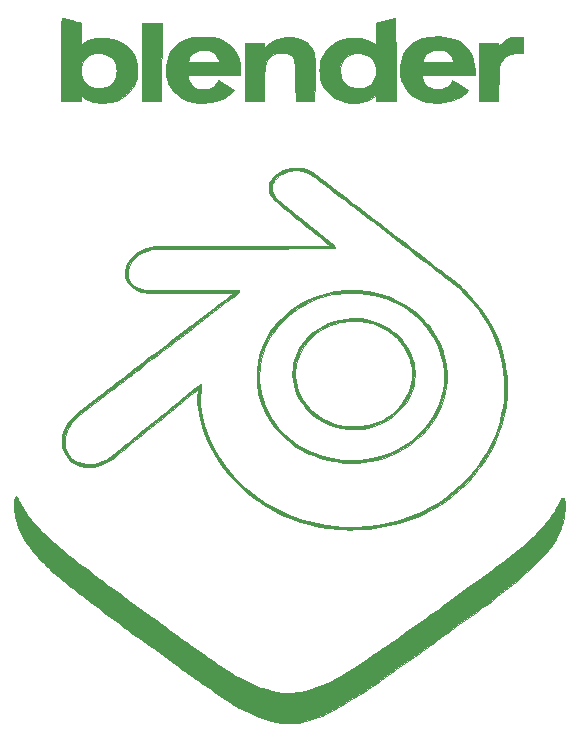
<source format=gbr>
G04 #@! TF.GenerationSoftware,KiCad,Pcbnew,5.1.7-a382d34a8~87~ubuntu20.04.1*
G04 #@! TF.CreationDate,2020-12-28T23:51:54+01:00*
G04 #@! TF.ProjectId,blender_badges,626c656e-6465-4725-9f62-61646765732e,rev?*
G04 #@! TF.SameCoordinates,Original*
G04 #@! TF.FileFunction,Legend,Top*
G04 #@! TF.FilePolarity,Positive*
%FSLAX46Y46*%
G04 Gerber Fmt 4.6, Leading zero omitted, Abs format (unit mm)*
G04 Created by KiCad (PCBNEW 5.1.7-a382d34a8~87~ubuntu20.04.1) date 2020-12-28 23:51:54*
%MOMM*%
%LPD*%
G01*
G04 APERTURE LIST*
%ADD10C,0.010000*%
G04 APERTURE END LIST*
D10*
G36*
X120198444Y-57734378D02*
G01*
X120718259Y-57805345D01*
X121221991Y-57924050D01*
X121711189Y-58090838D01*
X122086700Y-58256006D01*
X122534083Y-58498873D01*
X122947400Y-58776400D01*
X123324994Y-59086530D01*
X123665208Y-59427209D01*
X123966384Y-59796383D01*
X124226865Y-60191998D01*
X124444994Y-60611998D01*
X124619115Y-61054329D01*
X124747569Y-61516936D01*
X124758850Y-61569020D01*
X124782980Y-61688963D01*
X124800685Y-61794010D01*
X124812961Y-61896182D01*
X124820807Y-62007502D01*
X124825220Y-62139995D01*
X124827197Y-62305681D01*
X124827566Y-62397100D01*
X124825897Y-62632790D01*
X124818394Y-62831424D01*
X124803294Y-63006582D01*
X124778836Y-63171846D01*
X124743259Y-63340795D01*
X124694800Y-63527009D01*
X124669411Y-63616300D01*
X124516534Y-64053728D01*
X124316967Y-64475256D01*
X124073247Y-64877542D01*
X123787907Y-65257242D01*
X123463483Y-65611015D01*
X123102508Y-65935519D01*
X122707517Y-66227411D01*
X122670900Y-66251631D01*
X122277197Y-66482428D01*
X121849437Y-66682868D01*
X121396496Y-66849749D01*
X120927248Y-66979871D01*
X120450570Y-67070031D01*
X120372200Y-67080795D01*
X120203901Y-67097759D01*
X120003169Y-67110311D01*
X119786717Y-67118045D01*
X119571259Y-67120557D01*
X119373510Y-67117441D01*
X119216500Y-67108833D01*
X118695776Y-67041405D01*
X118191246Y-66929012D01*
X117705712Y-66773244D01*
X117241977Y-66575693D01*
X116802843Y-66337948D01*
X116391114Y-66061599D01*
X116009593Y-65748237D01*
X115661081Y-65399453D01*
X115348382Y-65016837D01*
X115227794Y-64845527D01*
X115116530Y-64665956D01*
X115001110Y-64455167D01*
X114890043Y-64230483D01*
X114791836Y-64009227D01*
X114714997Y-63808720D01*
X114707185Y-63785573D01*
X114584155Y-63335802D01*
X114510609Y-62881976D01*
X114494204Y-62581887D01*
X114719820Y-62581887D01*
X114759643Y-63010422D01*
X114845260Y-63433892D01*
X114976509Y-63849282D01*
X115153231Y-64253575D01*
X115375262Y-64643754D01*
X115642442Y-65016804D01*
X115954609Y-65369708D01*
X116045441Y-65460037D01*
X116386251Y-65763688D01*
X116739797Y-66024857D01*
X117118011Y-66251855D01*
X117353795Y-66371329D01*
X117832407Y-66572218D01*
X118321960Y-66723868D01*
X118823242Y-66826407D01*
X119337043Y-66879966D01*
X119864149Y-66884673D01*
X120295721Y-66853377D01*
X120765420Y-66779307D01*
X121230678Y-66659947D01*
X121684891Y-66498224D01*
X122121456Y-66297067D01*
X122533772Y-66059402D01*
X122915234Y-65788158D01*
X123153500Y-65586152D01*
X123490197Y-65246654D01*
X123786617Y-64880065D01*
X124040949Y-64489596D01*
X124251381Y-64078457D01*
X124416102Y-63649859D01*
X124533302Y-63207012D01*
X124553008Y-63105346D01*
X124576454Y-62931637D01*
X124591813Y-62724122D01*
X124599071Y-62497460D01*
X124598210Y-62266312D01*
X124589215Y-62045338D01*
X124572071Y-61849198D01*
X124554509Y-61730711D01*
X124448913Y-61281507D01*
X124303129Y-60859780D01*
X124115151Y-60461772D01*
X123882977Y-60083726D01*
X123604604Y-59721885D01*
X123318542Y-59412600D01*
X122949939Y-59079344D01*
X122553175Y-58787125D01*
X122131130Y-58536764D01*
X121686678Y-58329082D01*
X121222698Y-58164898D01*
X120742067Y-58045034D01*
X120247662Y-57970309D01*
X119742359Y-57941546D01*
X119229036Y-57959564D01*
X118710570Y-58025184D01*
X118555557Y-58054055D01*
X118107816Y-58166776D01*
X117667530Y-58322699D01*
X117240977Y-58518174D01*
X116834438Y-58749546D01*
X116454189Y-59013165D01*
X116106510Y-59305377D01*
X115797679Y-59622530D01*
X115736865Y-59693738D01*
X115451607Y-60073259D01*
X115213274Y-60468832D01*
X115021703Y-60877439D01*
X114876734Y-61296065D01*
X114778204Y-61721693D01*
X114725954Y-62151305D01*
X114719820Y-62581887D01*
X114494204Y-62581887D01*
X114485752Y-62427296D01*
X114508786Y-61974960D01*
X114578918Y-61528167D01*
X114695351Y-61090117D01*
X114857289Y-60664009D01*
X115063938Y-60253041D01*
X115314500Y-59860414D01*
X115608181Y-59489326D01*
X115835941Y-59247113D01*
X116215857Y-58905448D01*
X116624956Y-58604426D01*
X117060562Y-58345122D01*
X117520000Y-58128611D01*
X118000595Y-57955968D01*
X118499671Y-57828266D01*
X119014555Y-57746580D01*
X119542569Y-57711984D01*
X119661000Y-57710800D01*
X120198444Y-57734378D01*
G37*
X120198444Y-57734378D02*
X120718259Y-57805345D01*
X121221991Y-57924050D01*
X121711189Y-58090838D01*
X122086700Y-58256006D01*
X122534083Y-58498873D01*
X122947400Y-58776400D01*
X123324994Y-59086530D01*
X123665208Y-59427209D01*
X123966384Y-59796383D01*
X124226865Y-60191998D01*
X124444994Y-60611998D01*
X124619115Y-61054329D01*
X124747569Y-61516936D01*
X124758850Y-61569020D01*
X124782980Y-61688963D01*
X124800685Y-61794010D01*
X124812961Y-61896182D01*
X124820807Y-62007502D01*
X124825220Y-62139995D01*
X124827197Y-62305681D01*
X124827566Y-62397100D01*
X124825897Y-62632790D01*
X124818394Y-62831424D01*
X124803294Y-63006582D01*
X124778836Y-63171846D01*
X124743259Y-63340795D01*
X124694800Y-63527009D01*
X124669411Y-63616300D01*
X124516534Y-64053728D01*
X124316967Y-64475256D01*
X124073247Y-64877542D01*
X123787907Y-65257242D01*
X123463483Y-65611015D01*
X123102508Y-65935519D01*
X122707517Y-66227411D01*
X122670900Y-66251631D01*
X122277197Y-66482428D01*
X121849437Y-66682868D01*
X121396496Y-66849749D01*
X120927248Y-66979871D01*
X120450570Y-67070031D01*
X120372200Y-67080795D01*
X120203901Y-67097759D01*
X120003169Y-67110311D01*
X119786717Y-67118045D01*
X119571259Y-67120557D01*
X119373510Y-67117441D01*
X119216500Y-67108833D01*
X118695776Y-67041405D01*
X118191246Y-66929012D01*
X117705712Y-66773244D01*
X117241977Y-66575693D01*
X116802843Y-66337948D01*
X116391114Y-66061599D01*
X116009593Y-65748237D01*
X115661081Y-65399453D01*
X115348382Y-65016837D01*
X115227794Y-64845527D01*
X115116530Y-64665956D01*
X115001110Y-64455167D01*
X114890043Y-64230483D01*
X114791836Y-64009227D01*
X114714997Y-63808720D01*
X114707185Y-63785573D01*
X114584155Y-63335802D01*
X114510609Y-62881976D01*
X114494204Y-62581887D01*
X114719820Y-62581887D01*
X114759643Y-63010422D01*
X114845260Y-63433892D01*
X114976509Y-63849282D01*
X115153231Y-64253575D01*
X115375262Y-64643754D01*
X115642442Y-65016804D01*
X115954609Y-65369708D01*
X116045441Y-65460037D01*
X116386251Y-65763688D01*
X116739797Y-66024857D01*
X117118011Y-66251855D01*
X117353795Y-66371329D01*
X117832407Y-66572218D01*
X118321960Y-66723868D01*
X118823242Y-66826407D01*
X119337043Y-66879966D01*
X119864149Y-66884673D01*
X120295721Y-66853377D01*
X120765420Y-66779307D01*
X121230678Y-66659947D01*
X121684891Y-66498224D01*
X122121456Y-66297067D01*
X122533772Y-66059402D01*
X122915234Y-65788158D01*
X123153500Y-65586152D01*
X123490197Y-65246654D01*
X123786617Y-64880065D01*
X124040949Y-64489596D01*
X124251381Y-64078457D01*
X124416102Y-63649859D01*
X124533302Y-63207012D01*
X124553008Y-63105346D01*
X124576454Y-62931637D01*
X124591813Y-62724122D01*
X124599071Y-62497460D01*
X124598210Y-62266312D01*
X124589215Y-62045338D01*
X124572071Y-61849198D01*
X124554509Y-61730711D01*
X124448913Y-61281507D01*
X124303129Y-60859780D01*
X124115151Y-60461772D01*
X123882977Y-60083726D01*
X123604604Y-59721885D01*
X123318542Y-59412600D01*
X122949939Y-59079344D01*
X122553175Y-58787125D01*
X122131130Y-58536764D01*
X121686678Y-58329082D01*
X121222698Y-58164898D01*
X120742067Y-58045034D01*
X120247662Y-57970309D01*
X119742359Y-57941546D01*
X119229036Y-57959564D01*
X118710570Y-58025184D01*
X118555557Y-58054055D01*
X118107816Y-58166776D01*
X117667530Y-58322699D01*
X117240977Y-58518174D01*
X116834438Y-58749546D01*
X116454189Y-59013165D01*
X116106510Y-59305377D01*
X115797679Y-59622530D01*
X115736865Y-59693738D01*
X115451607Y-60073259D01*
X115213274Y-60468832D01*
X115021703Y-60877439D01*
X114876734Y-61296065D01*
X114778204Y-61721693D01*
X114725954Y-62151305D01*
X114719820Y-62581887D01*
X114494204Y-62581887D01*
X114485752Y-62427296D01*
X114508786Y-61974960D01*
X114578918Y-61528167D01*
X114695351Y-61090117D01*
X114857289Y-60664009D01*
X115063938Y-60253041D01*
X115314500Y-59860414D01*
X115608181Y-59489326D01*
X115835941Y-59247113D01*
X116215857Y-58905448D01*
X116624956Y-58604426D01*
X117060562Y-58345122D01*
X117520000Y-58128611D01*
X118000595Y-57955968D01*
X118499671Y-57828266D01*
X119014555Y-57746580D01*
X119542569Y-57711984D01*
X119661000Y-57710800D01*
X120198444Y-57734378D01*
G36*
X119944354Y-55331800D02*
G01*
X120240935Y-55347815D01*
X120530845Y-55375428D01*
X120828537Y-55415559D01*
X120977229Y-55439337D01*
X121604744Y-55568401D01*
X122216630Y-55742650D01*
X122810010Y-55960434D01*
X123382007Y-56220104D01*
X123929744Y-56520010D01*
X124450344Y-56858504D01*
X124940930Y-57233936D01*
X125398625Y-57644657D01*
X125820551Y-58089017D01*
X126025077Y-58333100D01*
X126308972Y-58717840D01*
X126575568Y-59139572D01*
X126818188Y-59585610D01*
X127030153Y-60043266D01*
X127204784Y-60499856D01*
X127265970Y-60690174D01*
X127404403Y-61234083D01*
X127496647Y-61793321D01*
X127542467Y-62361559D01*
X127541626Y-62932469D01*
X127493888Y-63499724D01*
X127399018Y-64056994D01*
X127392655Y-64086200D01*
X127245740Y-64636029D01*
X127050977Y-65173453D01*
X126810388Y-65695739D01*
X126525995Y-66200156D01*
X126199821Y-66683971D01*
X125833887Y-67144451D01*
X125430215Y-67578866D01*
X124990828Y-67984483D01*
X124517749Y-68358570D01*
X124012998Y-68698394D01*
X123950556Y-68736644D01*
X123393591Y-69046993D01*
X122821936Y-69311077D01*
X122232519Y-69529924D01*
X121622270Y-69704558D01*
X120988119Y-69836005D01*
X120423000Y-69915101D01*
X120275585Y-69927532D01*
X120088652Y-69937308D01*
X119873417Y-69944362D01*
X119641096Y-69948624D01*
X119402904Y-69950027D01*
X119170057Y-69948502D01*
X118953771Y-69943982D01*
X118765263Y-69936399D01*
X118619600Y-69926055D01*
X117996493Y-69843567D01*
X117388568Y-69717629D01*
X116797957Y-69550006D01*
X116226790Y-69342463D01*
X115677199Y-69096766D01*
X115151316Y-68814680D01*
X114651271Y-68497970D01*
X114179196Y-68148402D01*
X113737222Y-67767741D01*
X113327480Y-67357752D01*
X112952102Y-66920200D01*
X112613220Y-66456851D01*
X112312963Y-65969470D01*
X112053464Y-65459822D01*
X111836854Y-64929673D01*
X111665264Y-64380788D01*
X111599610Y-64111600D01*
X111538606Y-63808531D01*
X111494846Y-63520657D01*
X111466531Y-63230703D01*
X111451859Y-62921394D01*
X111448725Y-62663800D01*
X111451248Y-62600656D01*
X111682236Y-62600656D01*
X111684126Y-62870197D01*
X111693579Y-63127272D01*
X111710588Y-63356995D01*
X111722841Y-63463900D01*
X111824230Y-64035280D01*
X111973161Y-64591247D01*
X112168195Y-65129860D01*
X112407895Y-65649180D01*
X112690823Y-66147269D01*
X113015539Y-66622188D01*
X113380607Y-67071998D01*
X113784587Y-67494759D01*
X114226042Y-67888533D01*
X114703532Y-68251381D01*
X115215621Y-68581363D01*
X115724000Y-68858226D01*
X116071358Y-69023823D01*
X116409541Y-69167538D01*
X116746865Y-69291676D01*
X117091650Y-69398540D01*
X117452213Y-69490434D01*
X117836871Y-69569661D01*
X118253944Y-69638525D01*
X118711748Y-69699330D01*
X118797400Y-69709398D01*
X118885458Y-69715374D01*
X119015331Y-69718627D01*
X119178121Y-69719389D01*
X119364929Y-69717888D01*
X119566856Y-69714354D01*
X119775004Y-69709016D01*
X119980473Y-69702104D01*
X120174364Y-69693848D01*
X120347780Y-69684476D01*
X120491820Y-69674220D01*
X120597588Y-69663308D01*
X120600800Y-69662874D01*
X121252838Y-69549997D01*
X121881537Y-69392498D01*
X122488961Y-69189747D01*
X123077178Y-68941112D01*
X123270958Y-68847117D01*
X123710655Y-68610836D01*
X124117383Y-68357529D01*
X124502102Y-68079225D01*
X124875776Y-67767957D01*
X125249364Y-67415753D01*
X125275249Y-67389907D01*
X125558357Y-67096204D01*
X125804812Y-66817229D01*
X126022123Y-66542614D01*
X126217804Y-66261985D01*
X126399366Y-65964973D01*
X126574321Y-65641206D01*
X126647075Y-65495900D01*
X126880035Y-64965003D01*
X127063495Y-64423192D01*
X127197273Y-63871730D01*
X127281186Y-63311881D01*
X127315054Y-62744908D01*
X127298693Y-62172074D01*
X127231923Y-61594643D01*
X127219418Y-61518644D01*
X127100051Y-60966241D01*
X126933753Y-60429557D01*
X126722483Y-59910513D01*
X126468199Y-59411027D01*
X126172861Y-58933021D01*
X125838427Y-58478414D01*
X125466856Y-58049125D01*
X125060108Y-57647076D01*
X124620140Y-57274185D01*
X124148912Y-56932373D01*
X123648383Y-56623560D01*
X123120511Y-56349665D01*
X122567256Y-56112609D01*
X121990575Y-55914311D01*
X121392429Y-55756692D01*
X121325684Y-55741980D01*
X120729132Y-55636736D01*
X120114442Y-55573697D01*
X119491387Y-55552964D01*
X118869738Y-55574638D01*
X118259266Y-55638817D01*
X117857600Y-55706383D01*
X117231093Y-55853747D01*
X116621945Y-56047171D01*
X116032977Y-56285314D01*
X115467010Y-56566833D01*
X114926863Y-56890388D01*
X114415358Y-57254637D01*
X114149200Y-57470190D01*
X114001778Y-57601558D01*
X113834996Y-57760994D01*
X113658812Y-57938084D01*
X113483185Y-58122409D01*
X113318073Y-58303554D01*
X113173435Y-58471102D01*
X113074910Y-58593893D01*
X112732987Y-59081480D01*
X112437800Y-59588106D01*
X112189762Y-60112770D01*
X111989288Y-60654470D01*
X111836792Y-61212203D01*
X111732687Y-61784968D01*
X111722021Y-61866110D01*
X111701176Y-62083725D01*
X111687917Y-62333536D01*
X111682236Y-62600656D01*
X111451248Y-62600656D01*
X111472443Y-62070211D01*
X111543808Y-61493029D01*
X111663142Y-60931308D01*
X111830766Y-60384099D01*
X112047000Y-59850457D01*
X112312165Y-59329436D01*
X112626582Y-58820088D01*
X112864494Y-58485500D01*
X112982774Y-58337260D01*
X113131623Y-58165597D01*
X113302383Y-57979361D01*
X113486393Y-57787405D01*
X113674993Y-57598580D01*
X113859525Y-57421739D01*
X114031330Y-57265733D01*
X114179890Y-57140888D01*
X114666967Y-56784512D01*
X115188791Y-56460223D01*
X115738259Y-56171306D01*
X116308274Y-55921043D01*
X116891733Y-55712720D01*
X117481539Y-55549620D01*
X117743300Y-55492617D01*
X118004341Y-55443346D01*
X118242633Y-55405075D01*
X118472736Y-55376267D01*
X118709214Y-55355382D01*
X118966628Y-55340881D01*
X119259540Y-55331224D01*
X119273374Y-55330889D01*
X119626651Y-55326465D01*
X119944354Y-55331800D01*
G37*
X119944354Y-55331800D02*
X120240935Y-55347815D01*
X120530845Y-55375428D01*
X120828537Y-55415559D01*
X120977229Y-55439337D01*
X121604744Y-55568401D01*
X122216630Y-55742650D01*
X122810010Y-55960434D01*
X123382007Y-56220104D01*
X123929744Y-56520010D01*
X124450344Y-56858504D01*
X124940930Y-57233936D01*
X125398625Y-57644657D01*
X125820551Y-58089017D01*
X126025077Y-58333100D01*
X126308972Y-58717840D01*
X126575568Y-59139572D01*
X126818188Y-59585610D01*
X127030153Y-60043266D01*
X127204784Y-60499856D01*
X127265970Y-60690174D01*
X127404403Y-61234083D01*
X127496647Y-61793321D01*
X127542467Y-62361559D01*
X127541626Y-62932469D01*
X127493888Y-63499724D01*
X127399018Y-64056994D01*
X127392655Y-64086200D01*
X127245740Y-64636029D01*
X127050977Y-65173453D01*
X126810388Y-65695739D01*
X126525995Y-66200156D01*
X126199821Y-66683971D01*
X125833887Y-67144451D01*
X125430215Y-67578866D01*
X124990828Y-67984483D01*
X124517749Y-68358570D01*
X124012998Y-68698394D01*
X123950556Y-68736644D01*
X123393591Y-69046993D01*
X122821936Y-69311077D01*
X122232519Y-69529924D01*
X121622270Y-69704558D01*
X120988119Y-69836005D01*
X120423000Y-69915101D01*
X120275585Y-69927532D01*
X120088652Y-69937308D01*
X119873417Y-69944362D01*
X119641096Y-69948624D01*
X119402904Y-69950027D01*
X119170057Y-69948502D01*
X118953771Y-69943982D01*
X118765263Y-69936399D01*
X118619600Y-69926055D01*
X117996493Y-69843567D01*
X117388568Y-69717629D01*
X116797957Y-69550006D01*
X116226790Y-69342463D01*
X115677199Y-69096766D01*
X115151316Y-68814680D01*
X114651271Y-68497970D01*
X114179196Y-68148402D01*
X113737222Y-67767741D01*
X113327480Y-67357752D01*
X112952102Y-66920200D01*
X112613220Y-66456851D01*
X112312963Y-65969470D01*
X112053464Y-65459822D01*
X111836854Y-64929673D01*
X111665264Y-64380788D01*
X111599610Y-64111600D01*
X111538606Y-63808531D01*
X111494846Y-63520657D01*
X111466531Y-63230703D01*
X111451859Y-62921394D01*
X111448725Y-62663800D01*
X111451248Y-62600656D01*
X111682236Y-62600656D01*
X111684126Y-62870197D01*
X111693579Y-63127272D01*
X111710588Y-63356995D01*
X111722841Y-63463900D01*
X111824230Y-64035280D01*
X111973161Y-64591247D01*
X112168195Y-65129860D01*
X112407895Y-65649180D01*
X112690823Y-66147269D01*
X113015539Y-66622188D01*
X113380607Y-67071998D01*
X113784587Y-67494759D01*
X114226042Y-67888533D01*
X114703532Y-68251381D01*
X115215621Y-68581363D01*
X115724000Y-68858226D01*
X116071358Y-69023823D01*
X116409541Y-69167538D01*
X116746865Y-69291676D01*
X117091650Y-69398540D01*
X117452213Y-69490434D01*
X117836871Y-69569661D01*
X118253944Y-69638525D01*
X118711748Y-69699330D01*
X118797400Y-69709398D01*
X118885458Y-69715374D01*
X119015331Y-69718627D01*
X119178121Y-69719389D01*
X119364929Y-69717888D01*
X119566856Y-69714354D01*
X119775004Y-69709016D01*
X119980473Y-69702104D01*
X120174364Y-69693848D01*
X120347780Y-69684476D01*
X120491820Y-69674220D01*
X120597588Y-69663308D01*
X120600800Y-69662874D01*
X121252838Y-69549997D01*
X121881537Y-69392498D01*
X122488961Y-69189747D01*
X123077178Y-68941112D01*
X123270958Y-68847117D01*
X123710655Y-68610836D01*
X124117383Y-68357529D01*
X124502102Y-68079225D01*
X124875776Y-67767957D01*
X125249364Y-67415753D01*
X125275249Y-67389907D01*
X125558357Y-67096204D01*
X125804812Y-66817229D01*
X126022123Y-66542614D01*
X126217804Y-66261985D01*
X126399366Y-65964973D01*
X126574321Y-65641206D01*
X126647075Y-65495900D01*
X126880035Y-64965003D01*
X127063495Y-64423192D01*
X127197273Y-63871730D01*
X127281186Y-63311881D01*
X127315054Y-62744908D01*
X127298693Y-62172074D01*
X127231923Y-61594643D01*
X127219418Y-61518644D01*
X127100051Y-60966241D01*
X126933753Y-60429557D01*
X126722483Y-59910513D01*
X126468199Y-59411027D01*
X126172861Y-58933021D01*
X125838427Y-58478414D01*
X125466856Y-58049125D01*
X125060108Y-57647076D01*
X124620140Y-57274185D01*
X124148912Y-56932373D01*
X123648383Y-56623560D01*
X123120511Y-56349665D01*
X122567256Y-56112609D01*
X121990575Y-55914311D01*
X121392429Y-55756692D01*
X121325684Y-55741980D01*
X120729132Y-55636736D01*
X120114442Y-55573697D01*
X119491387Y-55552964D01*
X118869738Y-55574638D01*
X118259266Y-55638817D01*
X117857600Y-55706383D01*
X117231093Y-55853747D01*
X116621945Y-56047171D01*
X116032977Y-56285314D01*
X115467010Y-56566833D01*
X114926863Y-56890388D01*
X114415358Y-57254637D01*
X114149200Y-57470190D01*
X114001778Y-57601558D01*
X113834996Y-57760994D01*
X113658812Y-57938084D01*
X113483185Y-58122409D01*
X113318073Y-58303554D01*
X113173435Y-58471102D01*
X113074910Y-58593893D01*
X112732987Y-59081480D01*
X112437800Y-59588106D01*
X112189762Y-60112770D01*
X111989288Y-60654470D01*
X111836792Y-61212203D01*
X111732687Y-61784968D01*
X111722021Y-61866110D01*
X111701176Y-62083725D01*
X111687917Y-62333536D01*
X111682236Y-62600656D01*
X111451248Y-62600656D01*
X111472443Y-62070211D01*
X111543808Y-61493029D01*
X111663142Y-60931308D01*
X111830766Y-60384099D01*
X112047000Y-59850457D01*
X112312165Y-59329436D01*
X112626582Y-58820088D01*
X112864494Y-58485500D01*
X112982774Y-58337260D01*
X113131623Y-58165597D01*
X113302383Y-57979361D01*
X113486393Y-57787405D01*
X113674993Y-57598580D01*
X113859525Y-57421739D01*
X114031330Y-57265733D01*
X114179890Y-57140888D01*
X114666967Y-56784512D01*
X115188791Y-56460223D01*
X115738259Y-56171306D01*
X116308274Y-55921043D01*
X116891733Y-55712720D01*
X117481539Y-55549620D01*
X117743300Y-55492617D01*
X118004341Y-55443346D01*
X118242633Y-55405075D01*
X118472736Y-55376267D01*
X118709214Y-55355382D01*
X118966628Y-55340881D01*
X119259540Y-55331224D01*
X119273374Y-55330889D01*
X119626651Y-55326465D01*
X119944354Y-55331800D01*
G36*
X133774622Y-33883019D02*
G01*
X133865950Y-33894670D01*
X133986600Y-33914112D01*
X133986600Y-35298257D01*
X133586550Y-35297440D01*
X133326689Y-35304167D01*
X133106898Y-35327430D01*
X132918314Y-35370119D01*
X132752074Y-35435121D01*
X132599314Y-35525326D01*
X132451173Y-35643621D01*
X132410994Y-35680585D01*
X132301151Y-35793453D01*
X132217955Y-35904426D01*
X132144057Y-36036998D01*
X132136686Y-36051986D01*
X132097416Y-36133372D01*
X132063975Y-36206945D01*
X132035858Y-36277484D01*
X132012562Y-36349767D01*
X131993584Y-36428572D01*
X131978420Y-36518677D01*
X131966567Y-36624862D01*
X131957521Y-36751905D01*
X131950779Y-36904584D01*
X131945837Y-37087677D01*
X131942192Y-37305962D01*
X131939341Y-37564219D01*
X131936780Y-37867226D01*
X131936083Y-37955950D01*
X131925616Y-39295800D01*
X130311890Y-39295800D01*
X130295074Y-38095650D01*
X130291302Y-37795192D01*
X130287823Y-37457937D01*
X130284735Y-37097885D01*
X130282136Y-36729038D01*
X130280122Y-36365397D01*
X130278790Y-36020965D01*
X130278238Y-35709742D01*
X130278229Y-35669950D01*
X130278200Y-34444400D01*
X131929200Y-34444400D01*
X131929200Y-34705642D01*
X132151450Y-34491572D01*
X132331351Y-34326838D01*
X132495278Y-34197265D01*
X132655058Y-34095498D01*
X132822512Y-34014179D01*
X133009467Y-33945951D01*
X133047440Y-33934083D01*
X133202269Y-33899859D01*
X133387548Y-33879340D01*
X133584569Y-33873427D01*
X133774622Y-33883019D01*
G37*
X133774622Y-33883019D02*
X133865950Y-33894670D01*
X133986600Y-33914112D01*
X133986600Y-35298257D01*
X133586550Y-35297440D01*
X133326689Y-35304167D01*
X133106898Y-35327430D01*
X132918314Y-35370119D01*
X132752074Y-35435121D01*
X132599314Y-35525326D01*
X132451173Y-35643621D01*
X132410994Y-35680585D01*
X132301151Y-35793453D01*
X132217955Y-35904426D01*
X132144057Y-36036998D01*
X132136686Y-36051986D01*
X132097416Y-36133372D01*
X132063975Y-36206945D01*
X132035858Y-36277484D01*
X132012562Y-36349767D01*
X131993584Y-36428572D01*
X131978420Y-36518677D01*
X131966567Y-36624862D01*
X131957521Y-36751905D01*
X131950779Y-36904584D01*
X131945837Y-37087677D01*
X131942192Y-37305962D01*
X131939341Y-37564219D01*
X131936780Y-37867226D01*
X131936083Y-37955950D01*
X131925616Y-39295800D01*
X130311890Y-39295800D01*
X130295074Y-38095650D01*
X130291302Y-37795192D01*
X130287823Y-37457937D01*
X130284735Y-37097885D01*
X130282136Y-36729038D01*
X130280122Y-36365397D01*
X130278790Y-36020965D01*
X130278238Y-35709742D01*
X130278229Y-35669950D01*
X130278200Y-34444400D01*
X131929200Y-34444400D01*
X131929200Y-34705642D01*
X132151450Y-34491572D01*
X132331351Y-34326838D01*
X132495278Y-34197265D01*
X132655058Y-34095498D01*
X132822512Y-34014179D01*
X133009467Y-33945951D01*
X133047440Y-33934083D01*
X133202269Y-33899859D01*
X133387548Y-33879340D01*
X133584569Y-33873427D01*
X133774622Y-33883019D01*
G36*
X114484571Y-33934283D02*
G01*
X114842268Y-33991859D01*
X115163932Y-34082969D01*
X115448795Y-34207010D01*
X115696088Y-34363378D01*
X115905041Y-34551470D01*
X116074885Y-34770684D01*
X116204852Y-35020417D01*
X116294171Y-35300065D01*
X116307936Y-35363759D01*
X116324513Y-35452377D01*
X116338708Y-35542171D01*
X116350636Y-35637366D01*
X116360413Y-35742185D01*
X116368153Y-35860855D01*
X116373971Y-35997599D01*
X116377981Y-36156642D01*
X116380298Y-36342209D01*
X116381037Y-36558525D01*
X116380313Y-36809814D01*
X116378240Y-37100301D01*
X116374934Y-37434210D01*
X116371742Y-37713211D01*
X116352902Y-39295800D01*
X114766204Y-39295800D01*
X114748603Y-37879750D01*
X114744835Y-37608781D01*
X114740434Y-37347229D01*
X114735544Y-37100586D01*
X114730309Y-36874347D01*
X114724871Y-36674007D01*
X114719374Y-36505058D01*
X114713962Y-36372995D01*
X114708778Y-36283313D01*
X114706162Y-36254756D01*
X114661511Y-35993374D01*
X114593315Y-35775832D01*
X114498873Y-35599643D01*
X114375482Y-35462320D01*
X114220441Y-35361377D01*
X114031048Y-35294325D01*
X113804601Y-35258679D01*
X113615800Y-35251061D01*
X113389907Y-35258553D01*
X113210549Y-35281991D01*
X113158600Y-35293950D01*
X112900726Y-35384997D01*
X112675759Y-35512822D01*
X112485948Y-35675131D01*
X112333539Y-35869630D01*
X112220780Y-36094026D01*
X112155412Y-36317906D01*
X112146804Y-36374423D01*
X112139065Y-36457661D01*
X112132087Y-36570804D01*
X112125763Y-36717037D01*
X112119985Y-36899543D01*
X112114646Y-37121506D01*
X112109638Y-37386111D01*
X112104854Y-37696541D01*
X112102221Y-37892450D01*
X112084177Y-39295800D01*
X110466200Y-39295800D01*
X110466200Y-34444400D01*
X112117200Y-34444400D01*
X112117200Y-34805824D01*
X112288543Y-34645540D01*
X112573497Y-34412981D01*
X112883481Y-34223622D01*
X113215093Y-34078564D01*
X113564931Y-33978909D01*
X113929592Y-33925760D01*
X114305675Y-33920219D01*
X114484571Y-33934283D01*
G37*
X114484571Y-33934283D02*
X114842268Y-33991859D01*
X115163932Y-34082969D01*
X115448795Y-34207010D01*
X115696088Y-34363378D01*
X115905041Y-34551470D01*
X116074885Y-34770684D01*
X116204852Y-35020417D01*
X116294171Y-35300065D01*
X116307936Y-35363759D01*
X116324513Y-35452377D01*
X116338708Y-35542171D01*
X116350636Y-35637366D01*
X116360413Y-35742185D01*
X116368153Y-35860855D01*
X116373971Y-35997599D01*
X116377981Y-36156642D01*
X116380298Y-36342209D01*
X116381037Y-36558525D01*
X116380313Y-36809814D01*
X116378240Y-37100301D01*
X116374934Y-37434210D01*
X116371742Y-37713211D01*
X116352902Y-39295800D01*
X114766204Y-39295800D01*
X114748603Y-37879750D01*
X114744835Y-37608781D01*
X114740434Y-37347229D01*
X114735544Y-37100586D01*
X114730309Y-36874347D01*
X114724871Y-36674007D01*
X114719374Y-36505058D01*
X114713962Y-36372995D01*
X114708778Y-36283313D01*
X114706162Y-36254756D01*
X114661511Y-35993374D01*
X114593315Y-35775832D01*
X114498873Y-35599643D01*
X114375482Y-35462320D01*
X114220441Y-35361377D01*
X114031048Y-35294325D01*
X113804601Y-35258679D01*
X113615800Y-35251061D01*
X113389907Y-35258553D01*
X113210549Y-35281991D01*
X113158600Y-35293950D01*
X112900726Y-35384997D01*
X112675759Y-35512822D01*
X112485948Y-35675131D01*
X112333539Y-35869630D01*
X112220780Y-36094026D01*
X112155412Y-36317906D01*
X112146804Y-36374423D01*
X112139065Y-36457661D01*
X112132087Y-36570804D01*
X112125763Y-36717037D01*
X112119985Y-36899543D01*
X112114646Y-37121506D01*
X112109638Y-37386111D01*
X112104854Y-37696541D01*
X112102221Y-37892450D01*
X112084177Y-39295800D01*
X110466200Y-39295800D01*
X110466200Y-34444400D01*
X112117200Y-34444400D01*
X112117200Y-34805824D01*
X112288543Y-34645540D01*
X112573497Y-34412981D01*
X112883481Y-34223622D01*
X113215093Y-34078564D01*
X113564931Y-33978909D01*
X113929592Y-33925760D01*
X114305675Y-33920219D01*
X114484571Y-33934283D01*
G36*
X103404970Y-34793650D02*
G01*
X103404739Y-35153752D01*
X103404079Y-35526948D01*
X103403027Y-35906040D01*
X103401620Y-36283829D01*
X103399894Y-36653117D01*
X103397887Y-37006706D01*
X103395635Y-37337397D01*
X103393175Y-37637991D01*
X103390543Y-37901291D01*
X103388125Y-38095650D01*
X103371309Y-39295800D01*
X101787687Y-39295800D01*
X101770843Y-38110528D01*
X101768100Y-37889261D01*
X101765496Y-37624286D01*
X101763067Y-37322698D01*
X101760849Y-36991588D01*
X101758878Y-36638049D01*
X101757191Y-36269173D01*
X101755824Y-35892055D01*
X101754812Y-35513785D01*
X101754192Y-35141458D01*
X101754000Y-34808528D01*
X101754000Y-32691800D01*
X103405000Y-32691800D01*
X103404970Y-34793650D01*
G37*
X103404970Y-34793650D02*
X103404739Y-35153752D01*
X103404079Y-35526948D01*
X103403027Y-35906040D01*
X103401620Y-36283829D01*
X103399894Y-36653117D01*
X103397887Y-37006706D01*
X103395635Y-37337397D01*
X103393175Y-37637991D01*
X103390543Y-37901291D01*
X103388125Y-38095650D01*
X103371309Y-39295800D01*
X101787687Y-39295800D01*
X101770843Y-38110528D01*
X101768100Y-37889261D01*
X101765496Y-37624286D01*
X101763067Y-37322698D01*
X101760849Y-36991588D01*
X101758878Y-36638049D01*
X101757191Y-36269173D01*
X101755824Y-35892055D01*
X101754812Y-35513785D01*
X101754192Y-35141458D01*
X101754000Y-34808528D01*
X101754000Y-32691800D01*
X103405000Y-32691800D01*
X103404970Y-34793650D01*
G36*
X126924245Y-33866951D02*
G01*
X127356246Y-33896568D01*
X127750994Y-33958972D01*
X128110708Y-34054973D01*
X128437605Y-34185379D01*
X128733904Y-34350997D01*
X129001823Y-34552637D01*
X129129117Y-34670463D01*
X129349328Y-34924040D01*
X129534690Y-35213478D01*
X129684633Y-35537150D01*
X129798589Y-35893428D01*
X129875988Y-36280683D01*
X129916261Y-36697287D01*
X129922382Y-36939950D01*
X129922600Y-37111400D01*
X125445205Y-37111400D01*
X125462052Y-37254742D01*
X125484289Y-37368719D01*
X125524597Y-37508303D01*
X125576804Y-37654460D01*
X125634742Y-37788153D01*
X125635375Y-37789456D01*
X125686981Y-37865191D01*
X125769824Y-37954250D01*
X125870984Y-38044839D01*
X125977540Y-38125164D01*
X126055020Y-38172537D01*
X126234751Y-38253602D01*
X126419900Y-38304854D01*
X126626424Y-38329941D01*
X126761165Y-38333937D01*
X127045051Y-38315217D01*
X127297970Y-38256689D01*
X127521001Y-38157959D01*
X127715222Y-38018636D01*
X127769573Y-37967320D01*
X127849107Y-37883757D01*
X127903579Y-37813616D01*
X127946246Y-37736971D01*
X127988837Y-37637694D01*
X128009914Y-37592284D01*
X128033992Y-37580864D01*
X128079445Y-37598690D01*
X128099949Y-37609007D01*
X128169687Y-37649013D01*
X128225814Y-37688788D01*
X128228075Y-37690737D01*
X128262218Y-37714199D01*
X128333830Y-37758791D01*
X128436230Y-37820513D01*
X128562736Y-37895368D01*
X128706666Y-37979355D01*
X128811061Y-38039631D01*
X128960545Y-38126398D01*
X129094753Y-38205876D01*
X129207558Y-38274308D01*
X129292829Y-38327933D01*
X129344437Y-38362994D01*
X129357311Y-38374633D01*
X129344340Y-38405906D01*
X129299489Y-38461951D01*
X129230324Y-38535528D01*
X129144412Y-38619400D01*
X129049317Y-38706328D01*
X128952606Y-38789073D01*
X128861846Y-38860397D01*
X128814428Y-38894005D01*
X128475761Y-39090952D01*
X128108459Y-39247436D01*
X127715416Y-39362824D01*
X127299531Y-39436482D01*
X126863699Y-39467776D01*
X126410817Y-39456073D01*
X126291665Y-39446009D01*
X125887679Y-39386340D01*
X125507817Y-39288260D01*
X125155118Y-39153251D01*
X124832623Y-38982800D01*
X124543372Y-38778391D01*
X124290405Y-38541509D01*
X124181735Y-38415428D01*
X124040042Y-38217090D01*
X123909094Y-37993109D01*
X123797498Y-37760335D01*
X123713863Y-37535618D01*
X123690809Y-37454300D01*
X123622523Y-37095773D01*
X123595895Y-36728221D01*
X123610148Y-36360393D01*
X123664501Y-36001042D01*
X123666483Y-35993800D01*
X125498534Y-35993800D01*
X128097836Y-35993800D01*
X128080168Y-35911250D01*
X128008659Y-35675224D01*
X127902023Y-35475206D01*
X127758490Y-35308892D01*
X127576293Y-35173977D01*
X127471500Y-35118220D01*
X127311886Y-35051178D01*
X127157708Y-35007980D01*
X126990810Y-34984889D01*
X126793040Y-34978172D01*
X126790799Y-34978175D01*
X126508978Y-34998780D01*
X126256074Y-35059313D01*
X126033457Y-35159278D01*
X125842496Y-35298180D01*
X125803174Y-35335606D01*
X125697062Y-35465311D01*
X125606017Y-35620836D01*
X125540393Y-35782373D01*
X125515524Y-35885850D01*
X125498534Y-35993800D01*
X123666483Y-35993800D01*
X123758176Y-35658917D01*
X123876173Y-35371500D01*
X124054555Y-35059889D01*
X124269242Y-34783789D01*
X124520145Y-34543269D01*
X124807178Y-34338397D01*
X125130250Y-34169240D01*
X125489276Y-34035867D01*
X125662879Y-33987458D01*
X125912248Y-33931522D01*
X126154137Y-33893120D01*
X126403425Y-33870831D01*
X126674992Y-33863232D01*
X126924245Y-33866951D01*
G37*
X126924245Y-33866951D02*
X127356246Y-33896568D01*
X127750994Y-33958972D01*
X128110708Y-34054973D01*
X128437605Y-34185379D01*
X128733904Y-34350997D01*
X129001823Y-34552637D01*
X129129117Y-34670463D01*
X129349328Y-34924040D01*
X129534690Y-35213478D01*
X129684633Y-35537150D01*
X129798589Y-35893428D01*
X129875988Y-36280683D01*
X129916261Y-36697287D01*
X129922382Y-36939950D01*
X129922600Y-37111400D01*
X125445205Y-37111400D01*
X125462052Y-37254742D01*
X125484289Y-37368719D01*
X125524597Y-37508303D01*
X125576804Y-37654460D01*
X125634742Y-37788153D01*
X125635375Y-37789456D01*
X125686981Y-37865191D01*
X125769824Y-37954250D01*
X125870984Y-38044839D01*
X125977540Y-38125164D01*
X126055020Y-38172537D01*
X126234751Y-38253602D01*
X126419900Y-38304854D01*
X126626424Y-38329941D01*
X126761165Y-38333937D01*
X127045051Y-38315217D01*
X127297970Y-38256689D01*
X127521001Y-38157959D01*
X127715222Y-38018636D01*
X127769573Y-37967320D01*
X127849107Y-37883757D01*
X127903579Y-37813616D01*
X127946246Y-37736971D01*
X127988837Y-37637694D01*
X128009914Y-37592284D01*
X128033992Y-37580864D01*
X128079445Y-37598690D01*
X128099949Y-37609007D01*
X128169687Y-37649013D01*
X128225814Y-37688788D01*
X128228075Y-37690737D01*
X128262218Y-37714199D01*
X128333830Y-37758791D01*
X128436230Y-37820513D01*
X128562736Y-37895368D01*
X128706666Y-37979355D01*
X128811061Y-38039631D01*
X128960545Y-38126398D01*
X129094753Y-38205876D01*
X129207558Y-38274308D01*
X129292829Y-38327933D01*
X129344437Y-38362994D01*
X129357311Y-38374633D01*
X129344340Y-38405906D01*
X129299489Y-38461951D01*
X129230324Y-38535528D01*
X129144412Y-38619400D01*
X129049317Y-38706328D01*
X128952606Y-38789073D01*
X128861846Y-38860397D01*
X128814428Y-38894005D01*
X128475761Y-39090952D01*
X128108459Y-39247436D01*
X127715416Y-39362824D01*
X127299531Y-39436482D01*
X126863699Y-39467776D01*
X126410817Y-39456073D01*
X126291665Y-39446009D01*
X125887679Y-39386340D01*
X125507817Y-39288260D01*
X125155118Y-39153251D01*
X124832623Y-38982800D01*
X124543372Y-38778391D01*
X124290405Y-38541509D01*
X124181735Y-38415428D01*
X124040042Y-38217090D01*
X123909094Y-37993109D01*
X123797498Y-37760335D01*
X123713863Y-37535618D01*
X123690809Y-37454300D01*
X123622523Y-37095773D01*
X123595895Y-36728221D01*
X123610148Y-36360393D01*
X123664501Y-36001042D01*
X123666483Y-35993800D01*
X125498534Y-35993800D01*
X128097836Y-35993800D01*
X128080168Y-35911250D01*
X128008659Y-35675224D01*
X127902023Y-35475206D01*
X127758490Y-35308892D01*
X127576293Y-35173977D01*
X127471500Y-35118220D01*
X127311886Y-35051178D01*
X127157708Y-35007980D01*
X126990810Y-34984889D01*
X126793040Y-34978172D01*
X126790799Y-34978175D01*
X126508978Y-34998780D01*
X126256074Y-35059313D01*
X126033457Y-35159278D01*
X125842496Y-35298180D01*
X125803174Y-35335606D01*
X125697062Y-35465311D01*
X125606017Y-35620836D01*
X125540393Y-35782373D01*
X125515524Y-35885850D01*
X125498534Y-35993800D01*
X123666483Y-35993800D01*
X123758176Y-35658917D01*
X123876173Y-35371500D01*
X124054555Y-35059889D01*
X124269242Y-34783789D01*
X124520145Y-34543269D01*
X124807178Y-34338397D01*
X125130250Y-34169240D01*
X125489276Y-34035867D01*
X125662879Y-33987458D01*
X125912248Y-33931522D01*
X126154137Y-33893120D01*
X126403425Y-33870831D01*
X126674992Y-33863232D01*
X126924245Y-33866951D01*
G36*
X123193299Y-32301416D02*
G01*
X123197168Y-32350409D01*
X123200654Y-32433795D01*
X123203769Y-32552989D01*
X123206524Y-32709408D01*
X123208930Y-32904468D01*
X123210999Y-33139584D01*
X123212741Y-33416172D01*
X123214169Y-33735649D01*
X123215293Y-34099430D01*
X123216124Y-34508931D01*
X123216675Y-34965568D01*
X123216956Y-35470757D01*
X123217000Y-35790600D01*
X123217000Y-39295800D01*
X121591400Y-39295800D01*
X121591400Y-38807288D01*
X121495157Y-38894238D01*
X121251308Y-39082314D01*
X120977066Y-39232774D01*
X120670506Y-39346426D01*
X120329703Y-39424077D01*
X120181700Y-39445443D01*
X120034094Y-39458573D01*
X119859371Y-39466506D01*
X119676625Y-39469002D01*
X119504949Y-39465815D01*
X119363436Y-39456703D01*
X119356200Y-39455949D01*
X118956527Y-39391117D01*
X118583057Y-39285753D01*
X118237769Y-39141151D01*
X117922638Y-38958608D01*
X117639644Y-38739417D01*
X117390763Y-38484873D01*
X117177972Y-38196273D01*
X117030916Y-37933300D01*
X116948061Y-37755037D01*
X116885016Y-37595642D01*
X116839312Y-37443132D01*
X116808476Y-37285529D01*
X116790038Y-37110853D01*
X116781528Y-36907122D01*
X116780467Y-36755800D01*
X118539517Y-36755800D01*
X118548719Y-36965011D01*
X118577567Y-37150543D01*
X118630474Y-37328138D01*
X118711856Y-37513540D01*
X118795948Y-37670200D01*
X118891751Y-37796549D01*
X119028160Y-37917563D01*
X119194997Y-38026523D01*
X119382088Y-38116711D01*
X119564523Y-38177637D01*
X119715486Y-38205919D01*
X119896965Y-38222674D01*
X120090716Y-38227642D01*
X120278496Y-38220562D01*
X120442062Y-38201176D01*
X120492715Y-38190850D01*
X120676723Y-38132722D01*
X120860405Y-38048600D01*
X121024571Y-37948134D01*
X121109346Y-37880784D01*
X121216746Y-37764385D01*
X121322407Y-37614864D01*
X121415841Y-37449143D01*
X121486558Y-37284139D01*
X121495267Y-37258305D01*
X121527764Y-37122627D01*
X121550722Y-36952284D01*
X121559521Y-36828353D01*
X121554545Y-36540780D01*
X121510165Y-36283364D01*
X121425285Y-36052894D01*
X121298806Y-35846158D01*
X121174827Y-35703583D01*
X120978015Y-35538607D01*
X120755931Y-35415135D01*
X120506428Y-35332367D01*
X120227356Y-35289500D01*
X120045909Y-35282600D01*
X119755304Y-35300739D01*
X119496644Y-35356124D01*
X119265828Y-35450208D01*
X119058752Y-35584442D01*
X118964743Y-35665282D01*
X118798356Y-35851968D01*
X118673928Y-36062582D01*
X118590445Y-36299725D01*
X118546893Y-36565998D01*
X118539517Y-36755800D01*
X116780467Y-36755800D01*
X116780199Y-36717700D01*
X116781264Y-36543150D01*
X116784001Y-36408403D01*
X116789449Y-36302465D01*
X116798645Y-36214341D01*
X116812628Y-36133039D01*
X116832436Y-36047565D01*
X116849696Y-35981696D01*
X116968198Y-35632640D01*
X117127465Y-35313218D01*
X117326162Y-35024633D01*
X117562955Y-34768088D01*
X117836510Y-34544787D01*
X118145493Y-34355932D01*
X118488568Y-34202726D01*
X118864403Y-34086373D01*
X118981964Y-34059129D01*
X119147191Y-34032019D01*
X119346278Y-34012631D01*
X119566113Y-34001079D01*
X119793585Y-33997477D01*
X120015583Y-34001940D01*
X120218997Y-34014582D01*
X120390716Y-34035518D01*
X120448000Y-34046328D01*
X120767281Y-34135692D01*
X121057084Y-34258983D01*
X121312475Y-34413827D01*
X121461988Y-34534143D01*
X121566000Y-34628111D01*
X121566000Y-33659955D01*
X121566267Y-33443825D01*
X121567028Y-33244492D01*
X121568223Y-33067463D01*
X121569793Y-32918248D01*
X121571676Y-32802353D01*
X121573813Y-32725287D01*
X121576144Y-32692558D01*
X121576563Y-32691799D01*
X121602820Y-32685683D01*
X121672332Y-32668340D01*
X121779173Y-32641280D01*
X121917422Y-32606011D01*
X122081154Y-32564043D01*
X122264446Y-32516886D01*
X122374099Y-32488599D01*
X122566756Y-32439073D01*
X122744067Y-32393909D01*
X122899937Y-32354629D01*
X123028271Y-32322750D01*
X123122975Y-32299794D01*
X123177952Y-32287281D01*
X123189036Y-32285400D01*
X123193299Y-32301416D01*
G37*
X123193299Y-32301416D02*
X123197168Y-32350409D01*
X123200654Y-32433795D01*
X123203769Y-32552989D01*
X123206524Y-32709408D01*
X123208930Y-32904468D01*
X123210999Y-33139584D01*
X123212741Y-33416172D01*
X123214169Y-33735649D01*
X123215293Y-34099430D01*
X123216124Y-34508931D01*
X123216675Y-34965568D01*
X123216956Y-35470757D01*
X123217000Y-35790600D01*
X123217000Y-39295800D01*
X121591400Y-39295800D01*
X121591400Y-38807288D01*
X121495157Y-38894238D01*
X121251308Y-39082314D01*
X120977066Y-39232774D01*
X120670506Y-39346426D01*
X120329703Y-39424077D01*
X120181700Y-39445443D01*
X120034094Y-39458573D01*
X119859371Y-39466506D01*
X119676625Y-39469002D01*
X119504949Y-39465815D01*
X119363436Y-39456703D01*
X119356200Y-39455949D01*
X118956527Y-39391117D01*
X118583057Y-39285753D01*
X118237769Y-39141151D01*
X117922638Y-38958608D01*
X117639644Y-38739417D01*
X117390763Y-38484873D01*
X117177972Y-38196273D01*
X117030916Y-37933300D01*
X116948061Y-37755037D01*
X116885016Y-37595642D01*
X116839312Y-37443132D01*
X116808476Y-37285529D01*
X116790038Y-37110853D01*
X116781528Y-36907122D01*
X116780467Y-36755800D01*
X118539517Y-36755800D01*
X118548719Y-36965011D01*
X118577567Y-37150543D01*
X118630474Y-37328138D01*
X118711856Y-37513540D01*
X118795948Y-37670200D01*
X118891751Y-37796549D01*
X119028160Y-37917563D01*
X119194997Y-38026523D01*
X119382088Y-38116711D01*
X119564523Y-38177637D01*
X119715486Y-38205919D01*
X119896965Y-38222674D01*
X120090716Y-38227642D01*
X120278496Y-38220562D01*
X120442062Y-38201176D01*
X120492715Y-38190850D01*
X120676723Y-38132722D01*
X120860405Y-38048600D01*
X121024571Y-37948134D01*
X121109346Y-37880784D01*
X121216746Y-37764385D01*
X121322407Y-37614864D01*
X121415841Y-37449143D01*
X121486558Y-37284139D01*
X121495267Y-37258305D01*
X121527764Y-37122627D01*
X121550722Y-36952284D01*
X121559521Y-36828353D01*
X121554545Y-36540780D01*
X121510165Y-36283364D01*
X121425285Y-36052894D01*
X121298806Y-35846158D01*
X121174827Y-35703583D01*
X120978015Y-35538607D01*
X120755931Y-35415135D01*
X120506428Y-35332367D01*
X120227356Y-35289500D01*
X120045909Y-35282600D01*
X119755304Y-35300739D01*
X119496644Y-35356124D01*
X119265828Y-35450208D01*
X119058752Y-35584442D01*
X118964743Y-35665282D01*
X118798356Y-35851968D01*
X118673928Y-36062582D01*
X118590445Y-36299725D01*
X118546893Y-36565998D01*
X118539517Y-36755800D01*
X116780467Y-36755800D01*
X116780199Y-36717700D01*
X116781264Y-36543150D01*
X116784001Y-36408403D01*
X116789449Y-36302465D01*
X116798645Y-36214341D01*
X116812628Y-36133039D01*
X116832436Y-36047565D01*
X116849696Y-35981696D01*
X116968198Y-35632640D01*
X117127465Y-35313218D01*
X117326162Y-35024633D01*
X117562955Y-34768088D01*
X117836510Y-34544787D01*
X118145493Y-34355932D01*
X118488568Y-34202726D01*
X118864403Y-34086373D01*
X118981964Y-34059129D01*
X119147191Y-34032019D01*
X119346278Y-34012631D01*
X119566113Y-34001079D01*
X119793585Y-33997477D01*
X120015583Y-34001940D01*
X120218997Y-34014582D01*
X120390716Y-34035518D01*
X120448000Y-34046328D01*
X120767281Y-34135692D01*
X121057084Y-34258983D01*
X121312475Y-34413827D01*
X121461988Y-34534143D01*
X121566000Y-34628111D01*
X121566000Y-33659955D01*
X121566267Y-33443825D01*
X121567028Y-33244492D01*
X121568223Y-33067463D01*
X121569793Y-32918248D01*
X121571676Y-32802353D01*
X121573813Y-32725287D01*
X121576144Y-32692558D01*
X121576563Y-32691799D01*
X121602820Y-32685683D01*
X121672332Y-32668340D01*
X121779173Y-32641280D01*
X121917422Y-32606011D01*
X122081154Y-32564043D01*
X122264446Y-32516886D01*
X122374099Y-32488599D01*
X122566756Y-32439073D01*
X122744067Y-32393909D01*
X122899937Y-32354629D01*
X123028271Y-32322750D01*
X123122975Y-32299794D01*
X123177952Y-32287281D01*
X123189036Y-32285400D01*
X123193299Y-32301416D01*
G36*
X107253931Y-33877070D02*
G01*
X107482848Y-33891363D01*
X107683113Y-33913127D01*
X107793176Y-33931523D01*
X108127727Y-34013441D01*
X108440462Y-34119563D01*
X108722055Y-34246285D01*
X108942200Y-34375671D01*
X109215946Y-34589826D01*
X109453427Y-34838854D01*
X109654040Y-35121456D01*
X109817185Y-35436329D01*
X109942263Y-35782174D01*
X110028671Y-36157690D01*
X110075810Y-36561576D01*
X110085128Y-36851050D01*
X110085200Y-37111400D01*
X105614199Y-37111400D01*
X105629411Y-37219350D01*
X105686046Y-37486341D01*
X105776168Y-37715648D01*
X105901182Y-37908969D01*
X106062490Y-38068004D01*
X106261493Y-38194453D01*
X106499596Y-38290016D01*
X106517584Y-38295539D01*
X106643627Y-38323314D01*
X106797502Y-38337403D01*
X106935600Y-38339801D01*
X107180719Y-38326132D01*
X107394471Y-38285780D01*
X107590468Y-38215677D01*
X107679344Y-38172099D01*
X107773200Y-38111782D01*
X107873450Y-38030419D01*
X107970115Y-37938176D01*
X108053219Y-37845221D01*
X108112784Y-37761723D01*
X108137608Y-37705085D01*
X108159716Y-37624880D01*
X108188103Y-37588120D01*
X108232816Y-37591572D01*
X108303902Y-37632000D01*
X108323611Y-37645219D01*
X108380407Y-37681605D01*
X108473411Y-37738605D01*
X108594782Y-37811528D01*
X108736679Y-37895685D01*
X108891260Y-37986386D01*
X108993000Y-38045572D01*
X109143381Y-38132865D01*
X109278676Y-38211625D01*
X109392842Y-38278316D01*
X109479833Y-38329400D01*
X109533607Y-38361341D01*
X109548600Y-38370690D01*
X109538446Y-38393110D01*
X109497819Y-38441693D01*
X109434314Y-38508964D01*
X109355527Y-38587449D01*
X109269053Y-38669672D01*
X109182488Y-38748161D01*
X109103426Y-38815440D01*
X109069200Y-38842452D01*
X108835182Y-38996960D01*
X108562229Y-39136428D01*
X108261075Y-39256471D01*
X107942452Y-39352708D01*
X107678848Y-39410213D01*
X107574844Y-39424356D01*
X107433758Y-39437199D01*
X107268182Y-39448222D01*
X107090703Y-39456907D01*
X106913912Y-39462734D01*
X106750398Y-39465183D01*
X106612749Y-39463735D01*
X106516500Y-39458183D01*
X106083131Y-39393471D01*
X105685480Y-39292942D01*
X105323657Y-39156662D01*
X104997772Y-38984700D01*
X104707937Y-38777126D01*
X104454262Y-38534006D01*
X104236859Y-38255411D01*
X104055837Y-37941408D01*
X104053629Y-37936900D01*
X103992882Y-37803873D01*
X103935524Y-37662964D01*
X103889006Y-37533289D01*
X103865557Y-37454300D01*
X103797783Y-37097871D01*
X103770945Y-36732179D01*
X103784216Y-36365982D01*
X103836769Y-36008038D01*
X103840569Y-35993800D01*
X105666870Y-35993800D01*
X108262892Y-35993800D01*
X108245968Y-35885850D01*
X108204865Y-35736351D01*
X108131796Y-35577854D01*
X108036947Y-35429709D01*
X107956225Y-35335606D01*
X107772973Y-35188029D01*
X107557701Y-35079038D01*
X107312156Y-35009267D01*
X107038085Y-34979351D01*
X106971413Y-34978175D01*
X106695614Y-34997779D01*
X106446450Y-35056249D01*
X106226568Y-35151669D01*
X106038617Y-35282120D01*
X105885245Y-35445685D01*
X105769099Y-35640446D01*
X105692829Y-35864485D01*
X105682862Y-35911250D01*
X105666870Y-35993800D01*
X103840569Y-35993800D01*
X103927779Y-35667104D01*
X104056420Y-35351937D01*
X104065638Y-35333400D01*
X104244650Y-35032604D01*
X104462521Y-34763995D01*
X104718267Y-34528244D01*
X105010905Y-34326022D01*
X105339451Y-34158000D01*
X105702921Y-34024851D01*
X106100330Y-33927245D01*
X106135500Y-33920636D01*
X106312276Y-33896299D01*
X106525534Y-33879860D01*
X106762247Y-33871232D01*
X107009388Y-33870331D01*
X107253931Y-33877070D01*
G37*
X107253931Y-33877070D02*
X107482848Y-33891363D01*
X107683113Y-33913127D01*
X107793176Y-33931523D01*
X108127727Y-34013441D01*
X108440462Y-34119563D01*
X108722055Y-34246285D01*
X108942200Y-34375671D01*
X109215946Y-34589826D01*
X109453427Y-34838854D01*
X109654040Y-35121456D01*
X109817185Y-35436329D01*
X109942263Y-35782174D01*
X110028671Y-36157690D01*
X110075810Y-36561576D01*
X110085128Y-36851050D01*
X110085200Y-37111400D01*
X105614199Y-37111400D01*
X105629411Y-37219350D01*
X105686046Y-37486341D01*
X105776168Y-37715648D01*
X105901182Y-37908969D01*
X106062490Y-38068004D01*
X106261493Y-38194453D01*
X106499596Y-38290016D01*
X106517584Y-38295539D01*
X106643627Y-38323314D01*
X106797502Y-38337403D01*
X106935600Y-38339801D01*
X107180719Y-38326132D01*
X107394471Y-38285780D01*
X107590468Y-38215677D01*
X107679344Y-38172099D01*
X107773200Y-38111782D01*
X107873450Y-38030419D01*
X107970115Y-37938176D01*
X108053219Y-37845221D01*
X108112784Y-37761723D01*
X108137608Y-37705085D01*
X108159716Y-37624880D01*
X108188103Y-37588120D01*
X108232816Y-37591572D01*
X108303902Y-37632000D01*
X108323611Y-37645219D01*
X108380407Y-37681605D01*
X108473411Y-37738605D01*
X108594782Y-37811528D01*
X108736679Y-37895685D01*
X108891260Y-37986386D01*
X108993000Y-38045572D01*
X109143381Y-38132865D01*
X109278676Y-38211625D01*
X109392842Y-38278316D01*
X109479833Y-38329400D01*
X109533607Y-38361341D01*
X109548600Y-38370690D01*
X109538446Y-38393110D01*
X109497819Y-38441693D01*
X109434314Y-38508964D01*
X109355527Y-38587449D01*
X109269053Y-38669672D01*
X109182488Y-38748161D01*
X109103426Y-38815440D01*
X109069200Y-38842452D01*
X108835182Y-38996960D01*
X108562229Y-39136428D01*
X108261075Y-39256471D01*
X107942452Y-39352708D01*
X107678848Y-39410213D01*
X107574844Y-39424356D01*
X107433758Y-39437199D01*
X107268182Y-39448222D01*
X107090703Y-39456907D01*
X106913912Y-39462734D01*
X106750398Y-39465183D01*
X106612749Y-39463735D01*
X106516500Y-39458183D01*
X106083131Y-39393471D01*
X105685480Y-39292942D01*
X105323657Y-39156662D01*
X104997772Y-38984700D01*
X104707937Y-38777126D01*
X104454262Y-38534006D01*
X104236859Y-38255411D01*
X104055837Y-37941408D01*
X104053629Y-37936900D01*
X103992882Y-37803873D01*
X103935524Y-37662964D01*
X103889006Y-37533289D01*
X103865557Y-37454300D01*
X103797783Y-37097871D01*
X103770945Y-36732179D01*
X103784216Y-36365982D01*
X103836769Y-36008038D01*
X103840569Y-35993800D01*
X105666870Y-35993800D01*
X108262892Y-35993800D01*
X108245968Y-35885850D01*
X108204865Y-35736351D01*
X108131796Y-35577854D01*
X108036947Y-35429709D01*
X107956225Y-35335606D01*
X107772973Y-35188029D01*
X107557701Y-35079038D01*
X107312156Y-35009267D01*
X107038085Y-34979351D01*
X106971413Y-34978175D01*
X106695614Y-34997779D01*
X106446450Y-35056249D01*
X106226568Y-35151669D01*
X106038617Y-35282120D01*
X105885245Y-35445685D01*
X105769099Y-35640446D01*
X105692829Y-35864485D01*
X105682862Y-35911250D01*
X105666870Y-35993800D01*
X103840569Y-35993800D01*
X103927779Y-35667104D01*
X104056420Y-35351937D01*
X104065638Y-35333400D01*
X104244650Y-35032604D01*
X104462521Y-34763995D01*
X104718267Y-34528244D01*
X105010905Y-34326022D01*
X105339451Y-34158000D01*
X105702921Y-34024851D01*
X106100330Y-33927245D01*
X106135500Y-33920636D01*
X106312276Y-33896299D01*
X106525534Y-33879860D01*
X106762247Y-33871232D01*
X107009388Y-33870331D01*
X107253931Y-33877070D01*
G36*
X94981458Y-32291478D02*
G01*
X95054586Y-32308647D01*
X95164167Y-32335307D01*
X95303832Y-32369856D01*
X95467213Y-32410694D01*
X95647942Y-32456222D01*
X95839650Y-32504838D01*
X96035970Y-32554942D01*
X96230532Y-32604933D01*
X96416970Y-32653212D01*
X96477150Y-32668894D01*
X96572400Y-32693758D01*
X96572400Y-34626517D01*
X96693050Y-34520205D01*
X96932970Y-34342386D01*
X97208270Y-34200032D01*
X97517527Y-34093593D01*
X97859317Y-34023516D01*
X98232219Y-33990249D01*
X98385240Y-33987349D01*
X98808577Y-34008444D01*
X99207419Y-34072683D01*
X99585305Y-34180847D01*
X99937900Y-34329813D01*
X100258001Y-34513812D01*
X100538983Y-34730192D01*
X100780654Y-34978695D01*
X100982820Y-35259060D01*
X101145288Y-35571030D01*
X101267867Y-35914344D01*
X101336769Y-36209700D01*
X101354757Y-36325223D01*
X101365646Y-36444543D01*
X101370051Y-36581069D01*
X101368589Y-36748213D01*
X101365937Y-36844700D01*
X101355237Y-37066942D01*
X101336545Y-37252810D01*
X101306594Y-37416512D01*
X101262116Y-37572253D01*
X101199843Y-37734239D01*
X101121961Y-37905313D01*
X100939871Y-38230957D01*
X100723219Y-38519370D01*
X100472005Y-38770553D01*
X100186230Y-38984505D01*
X99865892Y-39161228D01*
X99510991Y-39300721D01*
X99121527Y-39402985D01*
X99085122Y-39410296D01*
X98951844Y-39430066D01*
X98783238Y-39445651D01*
X98593851Y-39456594D01*
X98398230Y-39462439D01*
X98210922Y-39462729D01*
X98046475Y-39457007D01*
X97931300Y-39446511D01*
X97575636Y-39377254D01*
X97251621Y-39270520D01*
X96960709Y-39126934D01*
X96704355Y-38947119D01*
X96643242Y-38894238D01*
X96547000Y-38807288D01*
X96547000Y-39295800D01*
X94921400Y-39295800D01*
X94921400Y-36752998D01*
X96575979Y-36752998D01*
X96586668Y-36951976D01*
X96613327Y-37136176D01*
X96646719Y-37263800D01*
X96756506Y-37519564D01*
X96898461Y-37736017D01*
X97072536Y-37913128D01*
X97278684Y-38050864D01*
X97516859Y-38149193D01*
X97787012Y-38208084D01*
X98073286Y-38227471D01*
X98258038Y-38223784D01*
X98410681Y-38209391D01*
X98549117Y-38182519D01*
X98563861Y-38178823D01*
X98765939Y-38111700D01*
X98955373Y-38019527D01*
X99122367Y-37908700D01*
X99257128Y-37785619D01*
X99342451Y-37670200D01*
X99447919Y-37469533D01*
X99521704Y-37288660D01*
X99568234Y-37111645D01*
X99591937Y-36922554D01*
X99597438Y-36752647D01*
X99579506Y-36467834D01*
X99523482Y-36214716D01*
X99428067Y-35989959D01*
X99291962Y-35790233D01*
X99173656Y-35665282D01*
X98981802Y-35513405D01*
X98771315Y-35401448D01*
X98536601Y-35327432D01*
X98272070Y-35289376D01*
X98094113Y-35282975D01*
X97797743Y-35303344D01*
X97527623Y-35364165D01*
X97286077Y-35463716D01*
X97075429Y-35600277D01*
X96898004Y-35772125D01*
X96756127Y-35977539D01*
X96652120Y-36214799D01*
X96605961Y-36385112D01*
X96582123Y-36557844D01*
X96575979Y-36752998D01*
X94921400Y-36752998D01*
X94921400Y-35790600D01*
X94921502Y-35270787D01*
X94921821Y-34799917D01*
X94922371Y-34376129D01*
X94923168Y-33997567D01*
X94924229Y-33662372D01*
X94925568Y-33368685D01*
X94927203Y-33114649D01*
X94929147Y-32898405D01*
X94931418Y-32718096D01*
X94934031Y-32571862D01*
X94937002Y-32457846D01*
X94940346Y-32374190D01*
X94944080Y-32319036D01*
X94948218Y-32290525D01*
X94951151Y-32285400D01*
X94981458Y-32291478D01*
G37*
X94981458Y-32291478D02*
X95054586Y-32308647D01*
X95164167Y-32335307D01*
X95303832Y-32369856D01*
X95467213Y-32410694D01*
X95647942Y-32456222D01*
X95839650Y-32504838D01*
X96035970Y-32554942D01*
X96230532Y-32604933D01*
X96416970Y-32653212D01*
X96477150Y-32668894D01*
X96572400Y-32693758D01*
X96572400Y-34626517D01*
X96693050Y-34520205D01*
X96932970Y-34342386D01*
X97208270Y-34200032D01*
X97517527Y-34093593D01*
X97859317Y-34023516D01*
X98232219Y-33990249D01*
X98385240Y-33987349D01*
X98808577Y-34008444D01*
X99207419Y-34072683D01*
X99585305Y-34180847D01*
X99937900Y-34329813D01*
X100258001Y-34513812D01*
X100538983Y-34730192D01*
X100780654Y-34978695D01*
X100982820Y-35259060D01*
X101145288Y-35571030D01*
X101267867Y-35914344D01*
X101336769Y-36209700D01*
X101354757Y-36325223D01*
X101365646Y-36444543D01*
X101370051Y-36581069D01*
X101368589Y-36748213D01*
X101365937Y-36844700D01*
X101355237Y-37066942D01*
X101336545Y-37252810D01*
X101306594Y-37416512D01*
X101262116Y-37572253D01*
X101199843Y-37734239D01*
X101121961Y-37905313D01*
X100939871Y-38230957D01*
X100723219Y-38519370D01*
X100472005Y-38770553D01*
X100186230Y-38984505D01*
X99865892Y-39161228D01*
X99510991Y-39300721D01*
X99121527Y-39402985D01*
X99085122Y-39410296D01*
X98951844Y-39430066D01*
X98783238Y-39445651D01*
X98593851Y-39456594D01*
X98398230Y-39462439D01*
X98210922Y-39462729D01*
X98046475Y-39457007D01*
X97931300Y-39446511D01*
X97575636Y-39377254D01*
X97251621Y-39270520D01*
X96960709Y-39126934D01*
X96704355Y-38947119D01*
X96643242Y-38894238D01*
X96547000Y-38807288D01*
X96547000Y-39295800D01*
X94921400Y-39295800D01*
X94921400Y-36752998D01*
X96575979Y-36752998D01*
X96586668Y-36951976D01*
X96613327Y-37136176D01*
X96646719Y-37263800D01*
X96756506Y-37519564D01*
X96898461Y-37736017D01*
X97072536Y-37913128D01*
X97278684Y-38050864D01*
X97516859Y-38149193D01*
X97787012Y-38208084D01*
X98073286Y-38227471D01*
X98258038Y-38223784D01*
X98410681Y-38209391D01*
X98549117Y-38182519D01*
X98563861Y-38178823D01*
X98765939Y-38111700D01*
X98955373Y-38019527D01*
X99122367Y-37908700D01*
X99257128Y-37785619D01*
X99342451Y-37670200D01*
X99447919Y-37469533D01*
X99521704Y-37288660D01*
X99568234Y-37111645D01*
X99591937Y-36922554D01*
X99597438Y-36752647D01*
X99579506Y-36467834D01*
X99523482Y-36214716D01*
X99428067Y-35989959D01*
X99291962Y-35790233D01*
X99173656Y-35665282D01*
X98981802Y-35513405D01*
X98771315Y-35401448D01*
X98536601Y-35327432D01*
X98272070Y-35289376D01*
X98094113Y-35282975D01*
X97797743Y-35303344D01*
X97527623Y-35364165D01*
X97286077Y-35463716D01*
X97075429Y-35600277D01*
X96898004Y-35772125D01*
X96756127Y-35977539D01*
X96652120Y-36214799D01*
X96605961Y-36385112D01*
X96582123Y-36557844D01*
X96575979Y-36752998D01*
X94921400Y-36752998D01*
X94921400Y-35790600D01*
X94921502Y-35270787D01*
X94921821Y-34799917D01*
X94922371Y-34376129D01*
X94923168Y-33997567D01*
X94924229Y-33662372D01*
X94925568Y-33368685D01*
X94927203Y-33114649D01*
X94929147Y-32898405D01*
X94931418Y-32718096D01*
X94934031Y-32571862D01*
X94937002Y-32457846D01*
X94940346Y-32374190D01*
X94944080Y-32319036D01*
X94948218Y-32290525D01*
X94951151Y-32285400D01*
X94981458Y-32291478D01*
G36*
X115070697Y-44976974D02*
G01*
X115289274Y-45001983D01*
X115470000Y-45037026D01*
X115568915Y-45063149D01*
X115661832Y-45091605D01*
X115752583Y-45124834D01*
X115844994Y-45165270D01*
X115942897Y-45215350D01*
X116050121Y-45277512D01*
X116170495Y-45354192D01*
X116307848Y-45447827D01*
X116466010Y-45560853D01*
X116648811Y-45695707D01*
X116860079Y-45854826D01*
X117103645Y-46040646D01*
X117375000Y-46249181D01*
X117534230Y-46371766D01*
X117731343Y-46523420D01*
X117963923Y-46702288D01*
X118229552Y-46906513D01*
X118525811Y-47134238D01*
X118850285Y-47383606D01*
X119200554Y-47652761D01*
X119574203Y-47939845D01*
X119968812Y-48243003D01*
X120381966Y-48560377D01*
X120811246Y-48890112D01*
X121254235Y-49230349D01*
X121708515Y-49579233D01*
X122171670Y-49934906D01*
X122641281Y-50295513D01*
X123114931Y-50659195D01*
X123590203Y-51024098D01*
X124064679Y-51388363D01*
X124535942Y-51750135D01*
X125001574Y-52107556D01*
X125459158Y-52458770D01*
X125906276Y-52801920D01*
X126340512Y-53135149D01*
X126506300Y-53262364D01*
X126849859Y-53526124D01*
X127156147Y-53761705D01*
X127428300Y-53971720D01*
X127669452Y-54158780D01*
X127882738Y-54325499D01*
X128071291Y-54474487D01*
X128238247Y-54608359D01*
X128386740Y-54729725D01*
X128519905Y-54841198D01*
X128640876Y-54945390D01*
X128752788Y-55044915D01*
X128858775Y-55142383D01*
X128961972Y-55240407D01*
X129065514Y-55341600D01*
X129172535Y-55448574D01*
X129286170Y-55563940D01*
X129365704Y-55645323D01*
X129891972Y-56220127D01*
X130374032Y-56819793D01*
X130811496Y-57443488D01*
X131203977Y-58090376D01*
X131551087Y-58759623D01*
X131852438Y-59450394D01*
X132107643Y-60161853D01*
X132316314Y-60893167D01*
X132478065Y-61643500D01*
X132592506Y-62412017D01*
X132618052Y-62651100D01*
X132640635Y-62967593D01*
X132651508Y-63320370D01*
X132651036Y-63696370D01*
X132639580Y-64082531D01*
X132617504Y-64465793D01*
X132585171Y-64833094D01*
X132549248Y-65127600D01*
X132421159Y-65856770D01*
X132244561Y-66574064D01*
X132020740Y-67277648D01*
X131750983Y-67965688D01*
X131436579Y-68636350D01*
X131078815Y-69287799D01*
X130678978Y-69918203D01*
X130238356Y-70525727D01*
X129758235Y-71108537D01*
X129239905Y-71664798D01*
X128684651Y-72192678D01*
X128093762Y-72690341D01*
X127468525Y-73155955D01*
X126810227Y-73587684D01*
X126467449Y-73791207D01*
X125751623Y-74173980D01*
X125015792Y-74512119D01*
X124258497Y-74806090D01*
X123478281Y-75056357D01*
X122673684Y-75263384D01*
X121843250Y-75427637D01*
X120985519Y-75549580D01*
X120931000Y-75555804D01*
X120798902Y-75567421D01*
X120624486Y-75577853D01*
X120416224Y-75586980D01*
X120182587Y-75594680D01*
X119932045Y-75600834D01*
X119673071Y-75605320D01*
X119414134Y-75608018D01*
X119163707Y-75608806D01*
X118930260Y-75607564D01*
X118722265Y-75604171D01*
X118548193Y-75598506D01*
X118429100Y-75591490D01*
X117567305Y-75499054D01*
X116724843Y-75360329D01*
X115902375Y-75175542D01*
X115100563Y-74944915D01*
X114320069Y-74668674D01*
X113561555Y-74347043D01*
X112825683Y-73980247D01*
X112113115Y-73568509D01*
X111723500Y-73317719D01*
X111332435Y-73047687D01*
X110970692Y-72778620D01*
X110626880Y-72501025D01*
X110289607Y-72205405D01*
X109947479Y-71882266D01*
X109676136Y-71611344D01*
X109168160Y-71063689D01*
X108706268Y-70502154D01*
X108286409Y-69921060D01*
X107904536Y-69314726D01*
X107556596Y-68677472D01*
X107491312Y-68547002D01*
X107185782Y-67875668D01*
X106931009Y-67203535D01*
X106726953Y-66530471D01*
X106573575Y-65856340D01*
X106470835Y-65181009D01*
X106450944Y-64989625D01*
X106438776Y-64833148D01*
X106433334Y-64685691D01*
X106434629Y-64530955D01*
X106442672Y-64352646D01*
X106451410Y-64217975D01*
X106462307Y-64071338D01*
X106473117Y-63941102D01*
X106483004Y-63836255D01*
X106491133Y-63765782D01*
X106495880Y-63740000D01*
X106498289Y-63709200D01*
X106491674Y-63705200D01*
X106470501Y-63721030D01*
X106412001Y-63767455D01*
X106318139Y-63842872D01*
X106190884Y-63945679D01*
X106032202Y-64074274D01*
X105844060Y-64227056D01*
X105628424Y-64402422D01*
X105387263Y-64598770D01*
X105122542Y-64814499D01*
X104836229Y-65048006D01*
X104530290Y-65297690D01*
X104206694Y-65561949D01*
X103867405Y-65839181D01*
X103514392Y-66127783D01*
X103149621Y-66426155D01*
X102913907Y-66619043D01*
X102539929Y-66925023D01*
X102174830Y-67223542D01*
X101820702Y-67512898D01*
X101479632Y-67791392D01*
X101153712Y-68057323D01*
X100845030Y-68308992D01*
X100555677Y-68544698D01*
X100287741Y-68762741D01*
X100043314Y-68961421D01*
X99824485Y-69139038D01*
X99633342Y-69293893D01*
X99471977Y-69424284D01*
X99342479Y-69528512D01*
X99246937Y-69604876D01*
X99187441Y-69651678D01*
X99170801Y-69664230D01*
X98885969Y-69844819D01*
X98567715Y-70004565D01*
X98231312Y-70137099D01*
X97892031Y-70236051D01*
X97708378Y-70274090D01*
X97520882Y-70296503D01*
X97305724Y-70305499D01*
X97079672Y-70301646D01*
X96859492Y-70285513D01*
X96661952Y-70257668D01*
X96559700Y-70235165D01*
X96243509Y-70127635D01*
X95954501Y-69979295D01*
X95695684Y-69793102D01*
X95470065Y-69572013D01*
X95280650Y-69318985D01*
X95130447Y-69036975D01*
X95022464Y-68728939D01*
X95020535Y-68721700D01*
X94991563Y-68572026D01*
X94972609Y-68390307D01*
X94964105Y-68193971D01*
X94964545Y-68158135D01*
X95201320Y-68158135D01*
X95210511Y-68365736D01*
X95232829Y-68564214D01*
X95267307Y-68736577D01*
X95283582Y-68792262D01*
X95400356Y-69069390D01*
X95559000Y-69320168D01*
X95755838Y-69540749D01*
X95987198Y-69727287D01*
X96249405Y-69875937D01*
X96366156Y-69925496D01*
X96677218Y-70018902D01*
X97005622Y-70068003D01*
X97345643Y-70073752D01*
X97691557Y-70037104D01*
X98037640Y-69959015D01*
X98378166Y-69840438D01*
X98707412Y-69682329D01*
X99019654Y-69485643D01*
X99024670Y-69482052D01*
X99062958Y-69452611D01*
X99138494Y-69392637D01*
X99249233Y-69303792D01*
X99393130Y-69187742D01*
X99568139Y-69046150D01*
X99772214Y-68880680D01*
X100003312Y-68692996D01*
X100259386Y-68484761D01*
X100538391Y-68257641D01*
X100838282Y-68013298D01*
X101157014Y-67753398D01*
X101492542Y-67479602D01*
X101842819Y-67193577D01*
X102205802Y-66896984D01*
X102579445Y-66591490D01*
X102905197Y-66324997D01*
X103289671Y-66010589D01*
X103662942Y-65705754D01*
X104023116Y-65412021D01*
X104368300Y-65130918D01*
X104696602Y-64863974D01*
X105006129Y-64612717D01*
X105294988Y-64378677D01*
X105561287Y-64163382D01*
X105803131Y-63968361D01*
X106018630Y-63795143D01*
X106205889Y-63645256D01*
X106363016Y-63520230D01*
X106488119Y-63421592D01*
X106579304Y-63350872D01*
X106634679Y-63309599D01*
X106652057Y-63298800D01*
X106692588Y-63302824D01*
X106721471Y-63319102D01*
X106739525Y-63353935D01*
X106747568Y-63413627D01*
X106746418Y-63504483D01*
X106736893Y-63632805D01*
X106719812Y-63804898D01*
X106718884Y-63813722D01*
X106681571Y-64304215D01*
X106676917Y-64760282D01*
X106704952Y-65186434D01*
X106730016Y-65381600D01*
X106861879Y-66091537D01*
X107042770Y-66788480D01*
X107272722Y-67472505D01*
X107551767Y-68143687D01*
X107879938Y-68802102D01*
X108257268Y-69447825D01*
X108683788Y-70080931D01*
X108842401Y-70296500D01*
X109016349Y-70523299D01*
X109183000Y-70730171D01*
X109352103Y-70928297D01*
X109533408Y-71128861D01*
X109736663Y-71343044D01*
X109902414Y-71512311D01*
X110420652Y-72009960D01*
X110950582Y-72465570D01*
X111499484Y-72884355D01*
X112074635Y-73271524D01*
X112683314Y-73632288D01*
X113332801Y-73971859D01*
X113349100Y-73979864D01*
X113649681Y-74124923D01*
X113919265Y-74249388D01*
X114170581Y-74358526D01*
X114416357Y-74457600D01*
X114669322Y-74551877D01*
X114942205Y-74646622D01*
X115040124Y-74679327D01*
X115778885Y-74901815D01*
X116528410Y-75082828D01*
X117295280Y-75223636D01*
X118086076Y-75325504D01*
X118645000Y-75373467D01*
X118755742Y-75378310D01*
X118908702Y-75380938D01*
X119095357Y-75381527D01*
X119307180Y-75380259D01*
X119535646Y-75377313D01*
X119772232Y-75372867D01*
X120008411Y-75367101D01*
X120235660Y-75360195D01*
X120445452Y-75352328D01*
X120629263Y-75343679D01*
X120778569Y-75334427D01*
X120867500Y-75326706D01*
X121698573Y-75216508D01*
X122502461Y-75065011D01*
X123282738Y-74871346D01*
X124042976Y-74634644D01*
X124664800Y-74403483D01*
X125394231Y-74086531D01*
X126097067Y-73730327D01*
X126771685Y-73336535D01*
X127416462Y-72906818D01*
X128029776Y-72442840D01*
X128610004Y-71946263D01*
X129155523Y-71418752D01*
X129664710Y-70861969D01*
X130135943Y-70277579D01*
X130567598Y-69667245D01*
X130958054Y-69032631D01*
X131305688Y-68375399D01*
X131608876Y-67697213D01*
X131855076Y-67032600D01*
X132037756Y-66439540D01*
X132181988Y-65864999D01*
X132289771Y-65296762D01*
X132363106Y-64722616D01*
X132403995Y-64130347D01*
X132414724Y-63616300D01*
X132394908Y-62901000D01*
X132332888Y-62209060D01*
X132227399Y-61533763D01*
X132077178Y-60868393D01*
X131880961Y-60206237D01*
X131657267Y-59590400D01*
X131357706Y-58900112D01*
X131012456Y-58231015D01*
X130622699Y-57584713D01*
X130189619Y-56962812D01*
X129714399Y-56366915D01*
X129198222Y-55798627D01*
X128642271Y-55259554D01*
X128152044Y-54835929D01*
X128100514Y-54794723D01*
X128011675Y-54724961D01*
X127887454Y-54628124D01*
X127729778Y-54505688D01*
X127540572Y-54359133D01*
X127321763Y-54189937D01*
X127075277Y-53999579D01*
X126803041Y-53789537D01*
X126506979Y-53561290D01*
X126189020Y-53316316D01*
X125851088Y-53056093D01*
X125495111Y-52782101D01*
X125123014Y-52495818D01*
X124736724Y-52198723D01*
X124338166Y-51892293D01*
X123929267Y-51578008D01*
X123511954Y-51257345D01*
X123088152Y-50931785D01*
X122659788Y-50602804D01*
X122228787Y-50271882D01*
X121797077Y-49940497D01*
X121366583Y-49610128D01*
X120939232Y-49282253D01*
X120516949Y-48958351D01*
X120101662Y-48639900D01*
X119695295Y-48328379D01*
X119299776Y-48025267D01*
X118917031Y-47732041D01*
X118548986Y-47450181D01*
X118197566Y-47181164D01*
X117864700Y-46926471D01*
X117552311Y-46687578D01*
X117262328Y-46465965D01*
X116996675Y-46263110D01*
X116757280Y-46080491D01*
X116546068Y-45919588D01*
X116364965Y-45781878D01*
X116215899Y-45668841D01*
X116100794Y-45581955D01*
X116021578Y-45522698D01*
X115980177Y-45492549D01*
X115975750Y-45489602D01*
X115779396Y-45388349D01*
X115546479Y-45301687D01*
X115348435Y-45247631D01*
X115187712Y-45220857D01*
X114994065Y-45205125D01*
X114784150Y-45200418D01*
X114574625Y-45206719D01*
X114382148Y-45224011D01*
X114238100Y-45248763D01*
X113915324Y-45343493D01*
X113623111Y-45471184D01*
X113364849Y-45629684D01*
X113143926Y-45816841D01*
X112963731Y-46030505D01*
X112931665Y-46078103D01*
X112838398Y-46239407D01*
X112779401Y-46388733D01*
X112748979Y-46545457D01*
X112741402Y-46725300D01*
X112759162Y-46934579D01*
X112811256Y-47123989D01*
X112901437Y-47300620D01*
X113033457Y-47471565D01*
X113211070Y-47643915D01*
X113241212Y-47669765D01*
X113285050Y-47706185D01*
X113365599Y-47772392D01*
X113480128Y-47866162D01*
X113625904Y-47985268D01*
X113800197Y-48127484D01*
X114000274Y-48290584D01*
X114223403Y-48472344D01*
X114466853Y-48670536D01*
X114727891Y-48882935D01*
X115003787Y-49107316D01*
X115291807Y-49341452D01*
X115589221Y-49583118D01*
X115698600Y-49671968D01*
X115996109Y-49913696D01*
X116283451Y-50147312D01*
X116558064Y-50370723D01*
X116817386Y-50581842D01*
X117058856Y-50778576D01*
X117279913Y-50958836D01*
X117477994Y-51120531D01*
X117650539Y-51261572D01*
X117794986Y-51379867D01*
X117908773Y-51473327D01*
X117989339Y-51539862D01*
X118034122Y-51577380D01*
X118041750Y-51584080D01*
X118096458Y-51657310D01*
X118109650Y-51729325D01*
X118081119Y-51787520D01*
X118067197Y-51790651D01*
X118030986Y-51793580D01*
X117971121Y-51796312D01*
X117886233Y-51798853D01*
X117774957Y-51801209D01*
X117635925Y-51803386D01*
X117467771Y-51805388D01*
X117269128Y-51807222D01*
X117038628Y-51808894D01*
X116774906Y-51810409D01*
X116476593Y-51811772D01*
X116142324Y-51812990D01*
X115770731Y-51814068D01*
X115360448Y-51815011D01*
X114910108Y-51815827D01*
X114418343Y-51816519D01*
X113883787Y-51817093D01*
X113305073Y-51817557D01*
X112680834Y-51817914D01*
X112009704Y-51818171D01*
X111290315Y-51818333D01*
X110632569Y-51818402D01*
X109916919Y-51818524D01*
X109227748Y-51818810D01*
X108566451Y-51819255D01*
X107934422Y-51819855D01*
X107333056Y-51820604D01*
X106763747Y-51821499D01*
X106227890Y-51822535D01*
X105726878Y-51823708D01*
X105262106Y-51825013D01*
X104834968Y-51826446D01*
X104446860Y-51828002D01*
X104099174Y-51829677D01*
X103793305Y-51831466D01*
X103530649Y-51833366D01*
X103312598Y-51835371D01*
X103140548Y-51837477D01*
X103015893Y-51839679D01*
X102940026Y-51841974D01*
X102922400Y-51843017D01*
X102533676Y-51898359D01*
X102166708Y-51997575D01*
X101823922Y-52139614D01*
X101507749Y-52323428D01*
X101220618Y-52547968D01*
X101160617Y-52603657D01*
X100940466Y-52841937D01*
X100768898Y-53089563D01*
X100644104Y-53349469D01*
X100583937Y-53538998D01*
X100541179Y-53798886D01*
X100546497Y-54048480D01*
X100597698Y-54284785D01*
X100692585Y-54504806D01*
X100828964Y-54705547D01*
X101004638Y-54884016D01*
X101217412Y-55037215D01*
X101465091Y-55162151D01*
X101745480Y-55255829D01*
X101862463Y-55283087D01*
X101892738Y-55288481D01*
X101930465Y-55293376D01*
X101978071Y-55297797D01*
X102037982Y-55301766D01*
X102112624Y-55305308D01*
X102204422Y-55308446D01*
X102315802Y-55311203D01*
X102449190Y-55313604D01*
X102607011Y-55315671D01*
X102791693Y-55317429D01*
X103005660Y-55318900D01*
X103251339Y-55320109D01*
X103531155Y-55321078D01*
X103847534Y-55321833D01*
X104202902Y-55322395D01*
X104599684Y-55322790D01*
X105040308Y-55323039D01*
X105527198Y-55323168D01*
X105989649Y-55323200D01*
X106539410Y-55323287D01*
X107040229Y-55323557D01*
X107493966Y-55324026D01*
X107902478Y-55324707D01*
X108267624Y-55325614D01*
X108591263Y-55326763D01*
X108875253Y-55328166D01*
X109121451Y-55329839D01*
X109331718Y-55331796D01*
X109507910Y-55334050D01*
X109651887Y-55336617D01*
X109765507Y-55339510D01*
X109850628Y-55342745D01*
X109909109Y-55346334D01*
X109942809Y-55350293D01*
X109953119Y-55353679D01*
X109977972Y-55402587D01*
X109983600Y-55441051D01*
X109984342Y-55448480D01*
X109985303Y-55454986D01*
X109984584Y-55462063D01*
X109980287Y-55471204D01*
X109970515Y-55483904D01*
X109953368Y-55501657D01*
X109926948Y-55525956D01*
X109889357Y-55558295D01*
X109838696Y-55600169D01*
X109773068Y-55653072D01*
X109690574Y-55718497D01*
X109589315Y-55797938D01*
X109467394Y-55892890D01*
X109322912Y-56004847D01*
X109153971Y-56135302D01*
X108958672Y-56285749D01*
X108735117Y-56457682D01*
X108481408Y-56652596D01*
X108195647Y-56871984D01*
X107875934Y-57117341D01*
X107520373Y-57390160D01*
X107127064Y-57691935D01*
X106986400Y-57799868D01*
X106681342Y-58033957D01*
X106360403Y-58280252D01*
X106029720Y-58534043D01*
X105695430Y-58790618D01*
X105363670Y-59045268D01*
X105040576Y-59293282D01*
X104732286Y-59529948D01*
X104444936Y-59750557D01*
X104184663Y-59950397D01*
X103957605Y-60124757D01*
X103925700Y-60149260D01*
X103704349Y-60319241D01*
X103448829Y-60515431D01*
X103165277Y-60733119D01*
X102859831Y-60967595D01*
X102538628Y-61214148D01*
X102207805Y-61468068D01*
X101873499Y-61724643D01*
X101541848Y-61979163D01*
X101218988Y-62226918D01*
X100911057Y-62463196D01*
X100865000Y-62498534D01*
X100576090Y-62720208D01*
X100283081Y-62945038D01*
X99990645Y-63169437D01*
X99703454Y-63389821D01*
X99426181Y-63602603D01*
X99163499Y-63804197D01*
X98920081Y-63991017D01*
X98700598Y-64159477D01*
X98509724Y-64305992D01*
X98352131Y-64426975D01*
X98286900Y-64477061D01*
X98080482Y-64635532D01*
X97856342Y-64807564D01*
X97625063Y-64985033D01*
X97397233Y-65159819D01*
X97183435Y-65323801D01*
X96994257Y-65468856D01*
X96915300Y-65529378D01*
X96660622Y-65727241D01*
X96443952Y-65901789D01*
X96260641Y-66057293D01*
X96106039Y-66198021D01*
X95975496Y-66328245D01*
X95864361Y-66452234D01*
X95767986Y-66574257D01*
X95748822Y-66600539D01*
X95561353Y-66893104D01*
X95407836Y-67199420D01*
X95293005Y-67508772D01*
X95226185Y-67783525D01*
X95206222Y-67958400D01*
X95201320Y-68158135D01*
X94964545Y-68158135D01*
X94966484Y-68000450D01*
X94980181Y-67827174D01*
X94995902Y-67731100D01*
X95098826Y-67353210D01*
X95241573Y-66998443D01*
X95426069Y-66663913D01*
X95654240Y-66346737D01*
X95928012Y-66044030D01*
X96249311Y-65752907D01*
X96394600Y-65636713D01*
X96460016Y-65586266D01*
X96564999Y-65505477D01*
X96708801Y-65394919D01*
X96890679Y-65255162D01*
X97109885Y-65086780D01*
X97365676Y-64890344D01*
X97657306Y-64666426D01*
X97984029Y-64415599D01*
X98345100Y-64138433D01*
X98739774Y-63835502D01*
X99167306Y-63507378D01*
X99626949Y-63154632D01*
X100117958Y-62777836D01*
X100639589Y-62377562D01*
X101191096Y-61954384D01*
X101771734Y-61508871D01*
X102380756Y-61041597D01*
X103017419Y-60553134D01*
X103680976Y-60044053D01*
X104370682Y-59514927D01*
X105085792Y-58966327D01*
X105825560Y-58398827D01*
X106008500Y-58258490D01*
X106376566Y-57976073D01*
X106734127Y-57701587D01*
X107079065Y-57436665D01*
X107409259Y-57182939D01*
X107722592Y-56942041D01*
X108016945Y-56715603D01*
X108290199Y-56505257D01*
X108540235Y-56312637D01*
X108764933Y-56139374D01*
X108962176Y-55987101D01*
X109129845Y-55857451D01*
X109265820Y-55752054D01*
X109367983Y-55672545D01*
X109434214Y-55620554D01*
X109462396Y-55597715D01*
X109462900Y-55597240D01*
X109469316Y-55590405D01*
X109472490Y-55584226D01*
X109470038Y-55578675D01*
X109459578Y-55573726D01*
X109438729Y-55569351D01*
X109405109Y-55565523D01*
X109356335Y-55562217D01*
X109290026Y-55559404D01*
X109203800Y-55557058D01*
X109095274Y-55555152D01*
X108962067Y-55553660D01*
X108801796Y-55552553D01*
X108612080Y-55551806D01*
X108390537Y-55551391D01*
X108134785Y-55551282D01*
X107842441Y-55551451D01*
X107511124Y-55551871D01*
X107138452Y-55552517D01*
X106722043Y-55553360D01*
X106259514Y-55554374D01*
X105767200Y-55555490D01*
X105247012Y-55556721D01*
X104775035Y-55557869D01*
X104348679Y-55558837D01*
X103965355Y-55559530D01*
X103622472Y-55559854D01*
X103317442Y-55559714D01*
X103047675Y-55559013D01*
X102810581Y-55557658D01*
X102603571Y-55555552D01*
X102424056Y-55552601D01*
X102269445Y-55548710D01*
X102137149Y-55543783D01*
X102024580Y-55537725D01*
X101929147Y-55530442D01*
X101848260Y-55521837D01*
X101779331Y-55511817D01*
X101719770Y-55500285D01*
X101666987Y-55487147D01*
X101618392Y-55472307D01*
X101571397Y-55455671D01*
X101523412Y-55437143D01*
X101471847Y-55416628D01*
X101418502Y-55395718D01*
X101140579Y-55264661D01*
X100900574Y-55102402D01*
X100699609Y-54912759D01*
X100538804Y-54699554D01*
X100419281Y-54466605D01*
X100342161Y-54217732D01*
X100308565Y-53956756D01*
X100319614Y-53687496D01*
X100376429Y-53413771D01*
X100480130Y-53139403D01*
X100631840Y-52868209D01*
X100663101Y-52821807D01*
X100881511Y-52550051D01*
X101140350Y-52306561D01*
X101436631Y-52093228D01*
X101767367Y-51911944D01*
X102129571Y-51764598D01*
X102503300Y-51657023D01*
X102731900Y-51603367D01*
X110194391Y-51595967D01*
X110942972Y-51595143D01*
X111657267Y-51594195D01*
X112336317Y-51593125D01*
X112979165Y-51591938D01*
X113584852Y-51590637D01*
X114152420Y-51589227D01*
X114680910Y-51587712D01*
X115169364Y-51586095D01*
X115616824Y-51584381D01*
X116022332Y-51582574D01*
X116384928Y-51580678D01*
X116703656Y-51578697D01*
X116977556Y-51576634D01*
X117205670Y-51574495D01*
X117387040Y-51572282D01*
X117520708Y-51570000D01*
X117605714Y-51567653D01*
X117641102Y-51565245D01*
X117642119Y-51564678D01*
X117620865Y-51545852D01*
X117562646Y-51497028D01*
X117469935Y-51420226D01*
X117345203Y-51317472D01*
X117190922Y-51190786D01*
X117009564Y-51042191D01*
X116803601Y-50873712D01*
X116575505Y-50687369D01*
X116327747Y-50485187D01*
X116062800Y-50269187D01*
X115783135Y-50041393D01*
X115491224Y-49803827D01*
X115339422Y-49680364D01*
X115039095Y-49435906D01*
X114747759Y-49198286D01*
X114468082Y-48969705D01*
X114202734Y-48752364D01*
X113954383Y-48548466D01*
X113725698Y-48360212D01*
X113519347Y-48189803D01*
X113337999Y-48039442D01*
X113184322Y-47911329D01*
X113060986Y-47807667D01*
X112970658Y-47730657D01*
X112916008Y-47682501D01*
X112904320Y-47671393D01*
X112742463Y-47474932D01*
X112619889Y-47255546D01*
X112538788Y-47020851D01*
X112501350Y-46778467D01*
X112509767Y-46536012D01*
X112537351Y-46395158D01*
X112629723Y-46139375D01*
X112767061Y-45901565D01*
X112945926Y-45684299D01*
X113162873Y-45490149D01*
X113414463Y-45321687D01*
X113697252Y-45181485D01*
X114007798Y-45072115D01*
X114342660Y-44996149D01*
X114427099Y-44983055D01*
X114619928Y-44966491D01*
X114841021Y-44964804D01*
X115070697Y-44976974D01*
G37*
X115070697Y-44976974D02*
X115289274Y-45001983D01*
X115470000Y-45037026D01*
X115568915Y-45063149D01*
X115661832Y-45091605D01*
X115752583Y-45124834D01*
X115844994Y-45165270D01*
X115942897Y-45215350D01*
X116050121Y-45277512D01*
X116170495Y-45354192D01*
X116307848Y-45447827D01*
X116466010Y-45560853D01*
X116648811Y-45695707D01*
X116860079Y-45854826D01*
X117103645Y-46040646D01*
X117375000Y-46249181D01*
X117534230Y-46371766D01*
X117731343Y-46523420D01*
X117963923Y-46702288D01*
X118229552Y-46906513D01*
X118525811Y-47134238D01*
X118850285Y-47383606D01*
X119200554Y-47652761D01*
X119574203Y-47939845D01*
X119968812Y-48243003D01*
X120381966Y-48560377D01*
X120811246Y-48890112D01*
X121254235Y-49230349D01*
X121708515Y-49579233D01*
X122171670Y-49934906D01*
X122641281Y-50295513D01*
X123114931Y-50659195D01*
X123590203Y-51024098D01*
X124064679Y-51388363D01*
X124535942Y-51750135D01*
X125001574Y-52107556D01*
X125459158Y-52458770D01*
X125906276Y-52801920D01*
X126340512Y-53135149D01*
X126506300Y-53262364D01*
X126849859Y-53526124D01*
X127156147Y-53761705D01*
X127428300Y-53971720D01*
X127669452Y-54158780D01*
X127882738Y-54325499D01*
X128071291Y-54474487D01*
X128238247Y-54608359D01*
X128386740Y-54729725D01*
X128519905Y-54841198D01*
X128640876Y-54945390D01*
X128752788Y-55044915D01*
X128858775Y-55142383D01*
X128961972Y-55240407D01*
X129065514Y-55341600D01*
X129172535Y-55448574D01*
X129286170Y-55563940D01*
X129365704Y-55645323D01*
X129891972Y-56220127D01*
X130374032Y-56819793D01*
X130811496Y-57443488D01*
X131203977Y-58090376D01*
X131551087Y-58759623D01*
X131852438Y-59450394D01*
X132107643Y-60161853D01*
X132316314Y-60893167D01*
X132478065Y-61643500D01*
X132592506Y-62412017D01*
X132618052Y-62651100D01*
X132640635Y-62967593D01*
X132651508Y-63320370D01*
X132651036Y-63696370D01*
X132639580Y-64082531D01*
X132617504Y-64465793D01*
X132585171Y-64833094D01*
X132549248Y-65127600D01*
X132421159Y-65856770D01*
X132244561Y-66574064D01*
X132020740Y-67277648D01*
X131750983Y-67965688D01*
X131436579Y-68636350D01*
X131078815Y-69287799D01*
X130678978Y-69918203D01*
X130238356Y-70525727D01*
X129758235Y-71108537D01*
X129239905Y-71664798D01*
X128684651Y-72192678D01*
X128093762Y-72690341D01*
X127468525Y-73155955D01*
X126810227Y-73587684D01*
X126467449Y-73791207D01*
X125751623Y-74173980D01*
X125015792Y-74512119D01*
X124258497Y-74806090D01*
X123478281Y-75056357D01*
X122673684Y-75263384D01*
X121843250Y-75427637D01*
X120985519Y-75549580D01*
X120931000Y-75555804D01*
X120798902Y-75567421D01*
X120624486Y-75577853D01*
X120416224Y-75586980D01*
X120182587Y-75594680D01*
X119932045Y-75600834D01*
X119673071Y-75605320D01*
X119414134Y-75608018D01*
X119163707Y-75608806D01*
X118930260Y-75607564D01*
X118722265Y-75604171D01*
X118548193Y-75598506D01*
X118429100Y-75591490D01*
X117567305Y-75499054D01*
X116724843Y-75360329D01*
X115902375Y-75175542D01*
X115100563Y-74944915D01*
X114320069Y-74668674D01*
X113561555Y-74347043D01*
X112825683Y-73980247D01*
X112113115Y-73568509D01*
X111723500Y-73317719D01*
X111332435Y-73047687D01*
X110970692Y-72778620D01*
X110626880Y-72501025D01*
X110289607Y-72205405D01*
X109947479Y-71882266D01*
X109676136Y-71611344D01*
X109168160Y-71063689D01*
X108706268Y-70502154D01*
X108286409Y-69921060D01*
X107904536Y-69314726D01*
X107556596Y-68677472D01*
X107491312Y-68547002D01*
X107185782Y-67875668D01*
X106931009Y-67203535D01*
X106726953Y-66530471D01*
X106573575Y-65856340D01*
X106470835Y-65181009D01*
X106450944Y-64989625D01*
X106438776Y-64833148D01*
X106433334Y-64685691D01*
X106434629Y-64530955D01*
X106442672Y-64352646D01*
X106451410Y-64217975D01*
X106462307Y-64071338D01*
X106473117Y-63941102D01*
X106483004Y-63836255D01*
X106491133Y-63765782D01*
X106495880Y-63740000D01*
X106498289Y-63709200D01*
X106491674Y-63705200D01*
X106470501Y-63721030D01*
X106412001Y-63767455D01*
X106318139Y-63842872D01*
X106190884Y-63945679D01*
X106032202Y-64074274D01*
X105844060Y-64227056D01*
X105628424Y-64402422D01*
X105387263Y-64598770D01*
X105122542Y-64814499D01*
X104836229Y-65048006D01*
X104530290Y-65297690D01*
X104206694Y-65561949D01*
X103867405Y-65839181D01*
X103514392Y-66127783D01*
X103149621Y-66426155D01*
X102913907Y-66619043D01*
X102539929Y-66925023D01*
X102174830Y-67223542D01*
X101820702Y-67512898D01*
X101479632Y-67791392D01*
X101153712Y-68057323D01*
X100845030Y-68308992D01*
X100555677Y-68544698D01*
X100287741Y-68762741D01*
X100043314Y-68961421D01*
X99824485Y-69139038D01*
X99633342Y-69293893D01*
X99471977Y-69424284D01*
X99342479Y-69528512D01*
X99246937Y-69604876D01*
X99187441Y-69651678D01*
X99170801Y-69664230D01*
X98885969Y-69844819D01*
X98567715Y-70004565D01*
X98231312Y-70137099D01*
X97892031Y-70236051D01*
X97708378Y-70274090D01*
X97520882Y-70296503D01*
X97305724Y-70305499D01*
X97079672Y-70301646D01*
X96859492Y-70285513D01*
X96661952Y-70257668D01*
X96559700Y-70235165D01*
X96243509Y-70127635D01*
X95954501Y-69979295D01*
X95695684Y-69793102D01*
X95470065Y-69572013D01*
X95280650Y-69318985D01*
X95130447Y-69036975D01*
X95022464Y-68728939D01*
X95020535Y-68721700D01*
X94991563Y-68572026D01*
X94972609Y-68390307D01*
X94964105Y-68193971D01*
X94964545Y-68158135D01*
X95201320Y-68158135D01*
X95210511Y-68365736D01*
X95232829Y-68564214D01*
X95267307Y-68736577D01*
X95283582Y-68792262D01*
X95400356Y-69069390D01*
X95559000Y-69320168D01*
X95755838Y-69540749D01*
X95987198Y-69727287D01*
X96249405Y-69875937D01*
X96366156Y-69925496D01*
X96677218Y-70018902D01*
X97005622Y-70068003D01*
X97345643Y-70073752D01*
X97691557Y-70037104D01*
X98037640Y-69959015D01*
X98378166Y-69840438D01*
X98707412Y-69682329D01*
X99019654Y-69485643D01*
X99024670Y-69482052D01*
X99062958Y-69452611D01*
X99138494Y-69392637D01*
X99249233Y-69303792D01*
X99393130Y-69187742D01*
X99568139Y-69046150D01*
X99772214Y-68880680D01*
X100003312Y-68692996D01*
X100259386Y-68484761D01*
X100538391Y-68257641D01*
X100838282Y-68013298D01*
X101157014Y-67753398D01*
X101492542Y-67479602D01*
X101842819Y-67193577D01*
X102205802Y-66896984D01*
X102579445Y-66591490D01*
X102905197Y-66324997D01*
X103289671Y-66010589D01*
X103662942Y-65705754D01*
X104023116Y-65412021D01*
X104368300Y-65130918D01*
X104696602Y-64863974D01*
X105006129Y-64612717D01*
X105294988Y-64378677D01*
X105561287Y-64163382D01*
X105803131Y-63968361D01*
X106018630Y-63795143D01*
X106205889Y-63645256D01*
X106363016Y-63520230D01*
X106488119Y-63421592D01*
X106579304Y-63350872D01*
X106634679Y-63309599D01*
X106652057Y-63298800D01*
X106692588Y-63302824D01*
X106721471Y-63319102D01*
X106739525Y-63353935D01*
X106747568Y-63413627D01*
X106746418Y-63504483D01*
X106736893Y-63632805D01*
X106719812Y-63804898D01*
X106718884Y-63813722D01*
X106681571Y-64304215D01*
X106676917Y-64760282D01*
X106704952Y-65186434D01*
X106730016Y-65381600D01*
X106861879Y-66091537D01*
X107042770Y-66788480D01*
X107272722Y-67472505D01*
X107551767Y-68143687D01*
X107879938Y-68802102D01*
X108257268Y-69447825D01*
X108683788Y-70080931D01*
X108842401Y-70296500D01*
X109016349Y-70523299D01*
X109183000Y-70730171D01*
X109352103Y-70928297D01*
X109533408Y-71128861D01*
X109736663Y-71343044D01*
X109902414Y-71512311D01*
X110420652Y-72009960D01*
X110950582Y-72465570D01*
X111499484Y-72884355D01*
X112074635Y-73271524D01*
X112683314Y-73632288D01*
X113332801Y-73971859D01*
X113349100Y-73979864D01*
X113649681Y-74124923D01*
X113919265Y-74249388D01*
X114170581Y-74358526D01*
X114416357Y-74457600D01*
X114669322Y-74551877D01*
X114942205Y-74646622D01*
X115040124Y-74679327D01*
X115778885Y-74901815D01*
X116528410Y-75082828D01*
X117295280Y-75223636D01*
X118086076Y-75325504D01*
X118645000Y-75373467D01*
X118755742Y-75378310D01*
X118908702Y-75380938D01*
X119095357Y-75381527D01*
X119307180Y-75380259D01*
X119535646Y-75377313D01*
X119772232Y-75372867D01*
X120008411Y-75367101D01*
X120235660Y-75360195D01*
X120445452Y-75352328D01*
X120629263Y-75343679D01*
X120778569Y-75334427D01*
X120867500Y-75326706D01*
X121698573Y-75216508D01*
X122502461Y-75065011D01*
X123282738Y-74871346D01*
X124042976Y-74634644D01*
X124664800Y-74403483D01*
X125394231Y-74086531D01*
X126097067Y-73730327D01*
X126771685Y-73336535D01*
X127416462Y-72906818D01*
X128029776Y-72442840D01*
X128610004Y-71946263D01*
X129155523Y-71418752D01*
X129664710Y-70861969D01*
X130135943Y-70277579D01*
X130567598Y-69667245D01*
X130958054Y-69032631D01*
X131305688Y-68375399D01*
X131608876Y-67697213D01*
X131855076Y-67032600D01*
X132037756Y-66439540D01*
X132181988Y-65864999D01*
X132289771Y-65296762D01*
X132363106Y-64722616D01*
X132403995Y-64130347D01*
X132414724Y-63616300D01*
X132394908Y-62901000D01*
X132332888Y-62209060D01*
X132227399Y-61533763D01*
X132077178Y-60868393D01*
X131880961Y-60206237D01*
X131657267Y-59590400D01*
X131357706Y-58900112D01*
X131012456Y-58231015D01*
X130622699Y-57584713D01*
X130189619Y-56962812D01*
X129714399Y-56366915D01*
X129198222Y-55798627D01*
X128642271Y-55259554D01*
X128152044Y-54835929D01*
X128100514Y-54794723D01*
X128011675Y-54724961D01*
X127887454Y-54628124D01*
X127729778Y-54505688D01*
X127540572Y-54359133D01*
X127321763Y-54189937D01*
X127075277Y-53999579D01*
X126803041Y-53789537D01*
X126506979Y-53561290D01*
X126189020Y-53316316D01*
X125851088Y-53056093D01*
X125495111Y-52782101D01*
X125123014Y-52495818D01*
X124736724Y-52198723D01*
X124338166Y-51892293D01*
X123929267Y-51578008D01*
X123511954Y-51257345D01*
X123088152Y-50931785D01*
X122659788Y-50602804D01*
X122228787Y-50271882D01*
X121797077Y-49940497D01*
X121366583Y-49610128D01*
X120939232Y-49282253D01*
X120516949Y-48958351D01*
X120101662Y-48639900D01*
X119695295Y-48328379D01*
X119299776Y-48025267D01*
X118917031Y-47732041D01*
X118548986Y-47450181D01*
X118197566Y-47181164D01*
X117864700Y-46926471D01*
X117552311Y-46687578D01*
X117262328Y-46465965D01*
X116996675Y-46263110D01*
X116757280Y-46080491D01*
X116546068Y-45919588D01*
X116364965Y-45781878D01*
X116215899Y-45668841D01*
X116100794Y-45581955D01*
X116021578Y-45522698D01*
X115980177Y-45492549D01*
X115975750Y-45489602D01*
X115779396Y-45388349D01*
X115546479Y-45301687D01*
X115348435Y-45247631D01*
X115187712Y-45220857D01*
X114994065Y-45205125D01*
X114784150Y-45200418D01*
X114574625Y-45206719D01*
X114382148Y-45224011D01*
X114238100Y-45248763D01*
X113915324Y-45343493D01*
X113623111Y-45471184D01*
X113364849Y-45629684D01*
X113143926Y-45816841D01*
X112963731Y-46030505D01*
X112931665Y-46078103D01*
X112838398Y-46239407D01*
X112779401Y-46388733D01*
X112748979Y-46545457D01*
X112741402Y-46725300D01*
X112759162Y-46934579D01*
X112811256Y-47123989D01*
X112901437Y-47300620D01*
X113033457Y-47471565D01*
X113211070Y-47643915D01*
X113241212Y-47669765D01*
X113285050Y-47706185D01*
X113365599Y-47772392D01*
X113480128Y-47866162D01*
X113625904Y-47985268D01*
X113800197Y-48127484D01*
X114000274Y-48290584D01*
X114223403Y-48472344D01*
X114466853Y-48670536D01*
X114727891Y-48882935D01*
X115003787Y-49107316D01*
X115291807Y-49341452D01*
X115589221Y-49583118D01*
X115698600Y-49671968D01*
X115996109Y-49913696D01*
X116283451Y-50147312D01*
X116558064Y-50370723D01*
X116817386Y-50581842D01*
X117058856Y-50778576D01*
X117279913Y-50958836D01*
X117477994Y-51120531D01*
X117650539Y-51261572D01*
X117794986Y-51379867D01*
X117908773Y-51473327D01*
X117989339Y-51539862D01*
X118034122Y-51577380D01*
X118041750Y-51584080D01*
X118096458Y-51657310D01*
X118109650Y-51729325D01*
X118081119Y-51787520D01*
X118067197Y-51790651D01*
X118030986Y-51793580D01*
X117971121Y-51796312D01*
X117886233Y-51798853D01*
X117774957Y-51801209D01*
X117635925Y-51803386D01*
X117467771Y-51805388D01*
X117269128Y-51807222D01*
X117038628Y-51808894D01*
X116774906Y-51810409D01*
X116476593Y-51811772D01*
X116142324Y-51812990D01*
X115770731Y-51814068D01*
X115360448Y-51815011D01*
X114910108Y-51815827D01*
X114418343Y-51816519D01*
X113883787Y-51817093D01*
X113305073Y-51817557D01*
X112680834Y-51817914D01*
X112009704Y-51818171D01*
X111290315Y-51818333D01*
X110632569Y-51818402D01*
X109916919Y-51818524D01*
X109227748Y-51818810D01*
X108566451Y-51819255D01*
X107934422Y-51819855D01*
X107333056Y-51820604D01*
X106763747Y-51821499D01*
X106227890Y-51822535D01*
X105726878Y-51823708D01*
X105262106Y-51825013D01*
X104834968Y-51826446D01*
X104446860Y-51828002D01*
X104099174Y-51829677D01*
X103793305Y-51831466D01*
X103530649Y-51833366D01*
X103312598Y-51835371D01*
X103140548Y-51837477D01*
X103015893Y-51839679D01*
X102940026Y-51841974D01*
X102922400Y-51843017D01*
X102533676Y-51898359D01*
X102166708Y-51997575D01*
X101823922Y-52139614D01*
X101507749Y-52323428D01*
X101220618Y-52547968D01*
X101160617Y-52603657D01*
X100940466Y-52841937D01*
X100768898Y-53089563D01*
X100644104Y-53349469D01*
X100583937Y-53538998D01*
X100541179Y-53798886D01*
X100546497Y-54048480D01*
X100597698Y-54284785D01*
X100692585Y-54504806D01*
X100828964Y-54705547D01*
X101004638Y-54884016D01*
X101217412Y-55037215D01*
X101465091Y-55162151D01*
X101745480Y-55255829D01*
X101862463Y-55283087D01*
X101892738Y-55288481D01*
X101930465Y-55293376D01*
X101978071Y-55297797D01*
X102037982Y-55301766D01*
X102112624Y-55305308D01*
X102204422Y-55308446D01*
X102315802Y-55311203D01*
X102449190Y-55313604D01*
X102607011Y-55315671D01*
X102791693Y-55317429D01*
X103005660Y-55318900D01*
X103251339Y-55320109D01*
X103531155Y-55321078D01*
X103847534Y-55321833D01*
X104202902Y-55322395D01*
X104599684Y-55322790D01*
X105040308Y-55323039D01*
X105527198Y-55323168D01*
X105989649Y-55323200D01*
X106539410Y-55323287D01*
X107040229Y-55323557D01*
X107493966Y-55324026D01*
X107902478Y-55324707D01*
X108267624Y-55325614D01*
X108591263Y-55326763D01*
X108875253Y-55328166D01*
X109121451Y-55329839D01*
X109331718Y-55331796D01*
X109507910Y-55334050D01*
X109651887Y-55336617D01*
X109765507Y-55339510D01*
X109850628Y-55342745D01*
X109909109Y-55346334D01*
X109942809Y-55350293D01*
X109953119Y-55353679D01*
X109977972Y-55402587D01*
X109983600Y-55441051D01*
X109984342Y-55448480D01*
X109985303Y-55454986D01*
X109984584Y-55462063D01*
X109980287Y-55471204D01*
X109970515Y-55483904D01*
X109953368Y-55501657D01*
X109926948Y-55525956D01*
X109889357Y-55558295D01*
X109838696Y-55600169D01*
X109773068Y-55653072D01*
X109690574Y-55718497D01*
X109589315Y-55797938D01*
X109467394Y-55892890D01*
X109322912Y-56004847D01*
X109153971Y-56135302D01*
X108958672Y-56285749D01*
X108735117Y-56457682D01*
X108481408Y-56652596D01*
X108195647Y-56871984D01*
X107875934Y-57117341D01*
X107520373Y-57390160D01*
X107127064Y-57691935D01*
X106986400Y-57799868D01*
X106681342Y-58033957D01*
X106360403Y-58280252D01*
X106029720Y-58534043D01*
X105695430Y-58790618D01*
X105363670Y-59045268D01*
X105040576Y-59293282D01*
X104732286Y-59529948D01*
X104444936Y-59750557D01*
X104184663Y-59950397D01*
X103957605Y-60124757D01*
X103925700Y-60149260D01*
X103704349Y-60319241D01*
X103448829Y-60515431D01*
X103165277Y-60733119D01*
X102859831Y-60967595D01*
X102538628Y-61214148D01*
X102207805Y-61468068D01*
X101873499Y-61724643D01*
X101541848Y-61979163D01*
X101218988Y-62226918D01*
X100911057Y-62463196D01*
X100865000Y-62498534D01*
X100576090Y-62720208D01*
X100283081Y-62945038D01*
X99990645Y-63169437D01*
X99703454Y-63389821D01*
X99426181Y-63602603D01*
X99163499Y-63804197D01*
X98920081Y-63991017D01*
X98700598Y-64159477D01*
X98509724Y-64305992D01*
X98352131Y-64426975D01*
X98286900Y-64477061D01*
X98080482Y-64635532D01*
X97856342Y-64807564D01*
X97625063Y-64985033D01*
X97397233Y-65159819D01*
X97183435Y-65323801D01*
X96994257Y-65468856D01*
X96915300Y-65529378D01*
X96660622Y-65727241D01*
X96443952Y-65901789D01*
X96260641Y-66057293D01*
X96106039Y-66198021D01*
X95975496Y-66328245D01*
X95864361Y-66452234D01*
X95767986Y-66574257D01*
X95748822Y-66600539D01*
X95561353Y-66893104D01*
X95407836Y-67199420D01*
X95293005Y-67508772D01*
X95226185Y-67783525D01*
X95206222Y-67958400D01*
X95201320Y-68158135D01*
X94964545Y-68158135D01*
X94966484Y-68000450D01*
X94980181Y-67827174D01*
X94995902Y-67731100D01*
X95098826Y-67353210D01*
X95241573Y-66998443D01*
X95426069Y-66663913D01*
X95654240Y-66346737D01*
X95928012Y-66044030D01*
X96249311Y-65752907D01*
X96394600Y-65636713D01*
X96460016Y-65586266D01*
X96564999Y-65505477D01*
X96708801Y-65394919D01*
X96890679Y-65255162D01*
X97109885Y-65086780D01*
X97365676Y-64890344D01*
X97657306Y-64666426D01*
X97984029Y-64415599D01*
X98345100Y-64138433D01*
X98739774Y-63835502D01*
X99167306Y-63507378D01*
X99626949Y-63154632D01*
X100117958Y-62777836D01*
X100639589Y-62377562D01*
X101191096Y-61954384D01*
X101771734Y-61508871D01*
X102380756Y-61041597D01*
X103017419Y-60553134D01*
X103680976Y-60044053D01*
X104370682Y-59514927D01*
X105085792Y-58966327D01*
X105825560Y-58398827D01*
X106008500Y-58258490D01*
X106376566Y-57976073D01*
X106734127Y-57701587D01*
X107079065Y-57436665D01*
X107409259Y-57182939D01*
X107722592Y-56942041D01*
X108016945Y-56715603D01*
X108290199Y-56505257D01*
X108540235Y-56312637D01*
X108764933Y-56139374D01*
X108962176Y-55987101D01*
X109129845Y-55857451D01*
X109265820Y-55752054D01*
X109367983Y-55672545D01*
X109434214Y-55620554D01*
X109462396Y-55597715D01*
X109462900Y-55597240D01*
X109469316Y-55590405D01*
X109472490Y-55584226D01*
X109470038Y-55578675D01*
X109459578Y-55573726D01*
X109438729Y-55569351D01*
X109405109Y-55565523D01*
X109356335Y-55562217D01*
X109290026Y-55559404D01*
X109203800Y-55557058D01*
X109095274Y-55555152D01*
X108962067Y-55553660D01*
X108801796Y-55552553D01*
X108612080Y-55551806D01*
X108390537Y-55551391D01*
X108134785Y-55551282D01*
X107842441Y-55551451D01*
X107511124Y-55551871D01*
X107138452Y-55552517D01*
X106722043Y-55553360D01*
X106259514Y-55554374D01*
X105767200Y-55555490D01*
X105247012Y-55556721D01*
X104775035Y-55557869D01*
X104348679Y-55558837D01*
X103965355Y-55559530D01*
X103622472Y-55559854D01*
X103317442Y-55559714D01*
X103047675Y-55559013D01*
X102810581Y-55557658D01*
X102603571Y-55555552D01*
X102424056Y-55552601D01*
X102269445Y-55548710D01*
X102137149Y-55543783D01*
X102024580Y-55537725D01*
X101929147Y-55530442D01*
X101848260Y-55521837D01*
X101779331Y-55511817D01*
X101719770Y-55500285D01*
X101666987Y-55487147D01*
X101618392Y-55472307D01*
X101571397Y-55455671D01*
X101523412Y-55437143D01*
X101471847Y-55416628D01*
X101418502Y-55395718D01*
X101140579Y-55264661D01*
X100900574Y-55102402D01*
X100699609Y-54912759D01*
X100538804Y-54699554D01*
X100419281Y-54466605D01*
X100342161Y-54217732D01*
X100308565Y-53956756D01*
X100319614Y-53687496D01*
X100376429Y-53413771D01*
X100480130Y-53139403D01*
X100631840Y-52868209D01*
X100663101Y-52821807D01*
X100881511Y-52550051D01*
X101140350Y-52306561D01*
X101436631Y-52093228D01*
X101767367Y-51911944D01*
X102129571Y-51764598D01*
X102503300Y-51657023D01*
X102731900Y-51603367D01*
X110194391Y-51595967D01*
X110942972Y-51595143D01*
X111657267Y-51594195D01*
X112336317Y-51593125D01*
X112979165Y-51591938D01*
X113584852Y-51590637D01*
X114152420Y-51589227D01*
X114680910Y-51587712D01*
X115169364Y-51586095D01*
X115616824Y-51584381D01*
X116022332Y-51582574D01*
X116384928Y-51580678D01*
X116703656Y-51578697D01*
X116977556Y-51576634D01*
X117205670Y-51574495D01*
X117387040Y-51572282D01*
X117520708Y-51570000D01*
X117605714Y-51567653D01*
X117641102Y-51565245D01*
X117642119Y-51564678D01*
X117620865Y-51545852D01*
X117562646Y-51497028D01*
X117469935Y-51420226D01*
X117345203Y-51317472D01*
X117190922Y-51190786D01*
X117009564Y-51042191D01*
X116803601Y-50873712D01*
X116575505Y-50687369D01*
X116327747Y-50485187D01*
X116062800Y-50269187D01*
X115783135Y-50041393D01*
X115491224Y-49803827D01*
X115339422Y-49680364D01*
X115039095Y-49435906D01*
X114747759Y-49198286D01*
X114468082Y-48969705D01*
X114202734Y-48752364D01*
X113954383Y-48548466D01*
X113725698Y-48360212D01*
X113519347Y-48189803D01*
X113337999Y-48039442D01*
X113184322Y-47911329D01*
X113060986Y-47807667D01*
X112970658Y-47730657D01*
X112916008Y-47682501D01*
X112904320Y-47671393D01*
X112742463Y-47474932D01*
X112619889Y-47255546D01*
X112538788Y-47020851D01*
X112501350Y-46778467D01*
X112509767Y-46536012D01*
X112537351Y-46395158D01*
X112629723Y-46139375D01*
X112767061Y-45901565D01*
X112945926Y-45684299D01*
X113162873Y-45490149D01*
X113414463Y-45321687D01*
X113697252Y-45181485D01*
X114007798Y-45072115D01*
X114342660Y-44996149D01*
X114427099Y-44983055D01*
X114619928Y-44966491D01*
X114841021Y-44964804D01*
X115070697Y-44976974D01*
G36*
X91101731Y-72815531D02*
G01*
X91151323Y-72868915D01*
X91213291Y-72961533D01*
X91289685Y-73096368D01*
X91359306Y-73230200D01*
X91586288Y-73646527D01*
X91844913Y-74060974D01*
X92137033Y-74475596D01*
X92464502Y-74892452D01*
X92829171Y-75313598D01*
X93232894Y-75741093D01*
X93677523Y-76176993D01*
X94164912Y-76623356D01*
X94696913Y-77082239D01*
X95200800Y-77495918D01*
X95487968Y-77725927D01*
X95776968Y-77955636D01*
X96069973Y-78186668D01*
X96369155Y-78420650D01*
X96676687Y-78659206D01*
X96994743Y-78903962D01*
X97325494Y-79156541D01*
X97671114Y-79418570D01*
X98033775Y-79691672D01*
X98415650Y-79977474D01*
X98818912Y-80277600D01*
X99245734Y-80593675D01*
X99698288Y-80927325D01*
X100178747Y-81280173D01*
X100689285Y-81653846D01*
X101232073Y-82049967D01*
X101809285Y-82470163D01*
X102423093Y-82916058D01*
X103075670Y-83389277D01*
X103239900Y-83508255D01*
X103505087Y-83700403D01*
X103775372Y-83896358D01*
X104045194Y-84092085D01*
X104308996Y-84283546D01*
X104561220Y-84466704D01*
X104796306Y-84637523D01*
X105008697Y-84791967D01*
X105192834Y-84925998D01*
X105343159Y-85035580D01*
X105383326Y-85064904D01*
X105858820Y-85409757D01*
X106330492Y-85747033D01*
X106794887Y-86074416D01*
X107248547Y-86389588D01*
X107688017Y-86690231D01*
X108109840Y-86974028D01*
X108510560Y-87238661D01*
X108886719Y-87481812D01*
X109234861Y-87701166D01*
X109551530Y-87894402D01*
X109833269Y-88059206D01*
X109932800Y-88115197D01*
X110418787Y-88372957D01*
X110905159Y-88607387D01*
X111386690Y-88816579D01*
X111858153Y-88998627D01*
X112314323Y-89151624D01*
X112749973Y-89273664D01*
X113159877Y-89362839D01*
X113485640Y-89411543D01*
X113661541Y-89425437D01*
X113873526Y-89432479D01*
X114108526Y-89433058D01*
X114353474Y-89427567D01*
X114595302Y-89416395D01*
X114820943Y-89399933D01*
X115017328Y-89378573D01*
X115120887Y-89362644D01*
X115525637Y-89279520D01*
X115933396Y-89173858D01*
X116347267Y-89044200D01*
X116770349Y-88889089D01*
X117205747Y-88707066D01*
X117656560Y-88496673D01*
X118125891Y-88256454D01*
X118616842Y-87984950D01*
X119132513Y-87680703D01*
X119676008Y-87342256D01*
X120250427Y-86968151D01*
X120334100Y-86912441D01*
X120691767Y-86672936D01*
X121050877Y-86430895D01*
X121413501Y-86184849D01*
X121781710Y-85933328D01*
X122157576Y-85674862D01*
X122543171Y-85407980D01*
X122940565Y-85131214D01*
X123351829Y-84843092D01*
X123779036Y-84542146D01*
X124224257Y-84226904D01*
X124689562Y-83895897D01*
X125177024Y-83547655D01*
X125688714Y-83180707D01*
X126226702Y-82793585D01*
X126793061Y-82384818D01*
X127389861Y-81952935D01*
X128019174Y-81496468D01*
X128683072Y-81013945D01*
X129383626Y-80503898D01*
X130087700Y-79990543D01*
X130695526Y-79545077D01*
X131262352Y-79125385D01*
X131790013Y-78729932D01*
X132280345Y-78357183D01*
X132735183Y-78005604D01*
X133156362Y-77673661D01*
X133545719Y-77359820D01*
X133905088Y-77062546D01*
X134236307Y-76780306D01*
X134541209Y-76511565D01*
X134821632Y-76254788D01*
X135079410Y-76008441D01*
X135316379Y-75770991D01*
X135534374Y-75540903D01*
X135735233Y-75316643D01*
X135871874Y-75155994D01*
X136079451Y-74902099D01*
X136257686Y-74673394D01*
X136413399Y-74459393D01*
X136553410Y-74249610D01*
X136684542Y-74033557D01*
X136813614Y-73800750D01*
X136947448Y-73540701D01*
X137025393Y-73382600D01*
X137104002Y-73224199D01*
X137166765Y-73106540D01*
X137218175Y-73023811D01*
X137262723Y-72970202D01*
X137304902Y-72939901D01*
X137349202Y-72927099D01*
X137378817Y-72925400D01*
X137426681Y-72928325D01*
X137462816Y-72941359D01*
X137489134Y-72970891D01*
X137507547Y-73023307D01*
X137519965Y-73104996D01*
X137528301Y-73222346D01*
X137534466Y-73381744D01*
X137536577Y-73452604D01*
X137536602Y-73845351D01*
X137511655Y-74212967D01*
X137459448Y-74570664D01*
X137377695Y-74933655D01*
X137264105Y-75317152D01*
X137249484Y-75361497D01*
X137201935Y-75493302D01*
X137140154Y-75648120D01*
X137068429Y-75816705D01*
X136991045Y-75989813D01*
X136912288Y-76158199D01*
X136836444Y-76312618D01*
X136767800Y-76443825D01*
X136710640Y-76542575D01*
X136683188Y-76583000D01*
X136650627Y-76628900D01*
X136597858Y-76706487D01*
X136532262Y-76804793D01*
X136463469Y-76909409D01*
X136359176Y-77064849D01*
X136253319Y-77212844D01*
X136141131Y-77358901D01*
X136017846Y-77508526D01*
X135878696Y-77667225D01*
X135718917Y-77840505D01*
X135533740Y-78033871D01*
X135318400Y-78252831D01*
X135183383Y-78388154D01*
X134935153Y-78633690D01*
X134690149Y-78871134D01*
X134445674Y-79102652D01*
X134199029Y-79330410D01*
X133947517Y-79556573D01*
X133688440Y-79783307D01*
X133419099Y-80012778D01*
X133136798Y-80247151D01*
X132838837Y-80488592D01*
X132522519Y-80739267D01*
X132185147Y-81001341D01*
X131824021Y-81276980D01*
X131436445Y-81568350D01*
X131019720Y-81877616D01*
X130571149Y-82206944D01*
X130088032Y-82558501D01*
X129567674Y-82934450D01*
X129109800Y-83263524D01*
X128862221Y-83441210D01*
X128615782Y-83618286D01*
X128375443Y-83791176D01*
X128146164Y-83956301D01*
X127932907Y-84110084D01*
X127740632Y-84248948D01*
X127574301Y-84369314D01*
X127438873Y-84467605D01*
X127339311Y-84540244D01*
X127331800Y-84545754D01*
X127193293Y-84646674D01*
X127024278Y-84768672D01*
X126835912Y-84903763D01*
X126639354Y-85043963D01*
X126445759Y-85181287D01*
X126303100Y-85281894D01*
X126134837Y-85400669D01*
X125935359Y-85542271D01*
X125714535Y-85699644D01*
X125482233Y-85865737D01*
X125248321Y-86033496D01*
X125022670Y-86195869D01*
X124868000Y-86307547D01*
X124297154Y-86719801D01*
X123764263Y-87103222D01*
X123266698Y-87459531D01*
X122801828Y-87790447D01*
X122367024Y-88097692D01*
X121959656Y-88382986D01*
X121577094Y-88648049D01*
X121216709Y-88894601D01*
X120875870Y-89124364D01*
X120551948Y-89339058D01*
X120242314Y-89540402D01*
X119944336Y-89730118D01*
X119655386Y-89909926D01*
X119372834Y-90081546D01*
X119094050Y-90246699D01*
X118816404Y-90407105D01*
X118537267Y-90564485D01*
X118254008Y-90720559D01*
X117963998Y-90877048D01*
X117664607Y-91035671D01*
X117545165Y-91098260D01*
X116978786Y-91371501D01*
X116418312Y-91595843D01*
X115860545Y-91772365D01*
X115302287Y-91902147D01*
X115022170Y-91949819D01*
X114825691Y-91973998D01*
X114600090Y-91993129D01*
X114358877Y-92006762D01*
X114115560Y-92014449D01*
X113883649Y-92015743D01*
X113676652Y-92010195D01*
X113526900Y-91999408D01*
X113099195Y-91935597D01*
X112644370Y-91830062D01*
X112163583Y-91683279D01*
X111657991Y-91495725D01*
X111128753Y-91267878D01*
X110577028Y-91000213D01*
X110003974Y-90693207D01*
X109410749Y-90347338D01*
X109202918Y-90219890D01*
X109019883Y-90104899D01*
X108821984Y-89977815D01*
X108605203Y-89835959D01*
X108365521Y-89676648D01*
X108098920Y-89497201D01*
X107801381Y-89294937D01*
X107468885Y-89067175D01*
X107265800Y-88927407D01*
X107085218Y-88803069D01*
X106908737Y-88681776D01*
X106743063Y-88568124D01*
X106594903Y-88466704D01*
X106470964Y-88382110D01*
X106377953Y-88318935D01*
X106338700Y-88292498D01*
X106261524Y-88239612D01*
X106146170Y-88158804D01*
X105995471Y-88052129D01*
X105812261Y-87921639D01*
X105599374Y-87769389D01*
X105359646Y-87597433D01*
X105095910Y-87407823D01*
X104811000Y-87202615D01*
X104507751Y-86983861D01*
X104188998Y-86753616D01*
X103857574Y-86513932D01*
X103516313Y-86266865D01*
X103168051Y-86014468D01*
X102815621Y-85758794D01*
X102461858Y-85501897D01*
X102109596Y-85245831D01*
X101761669Y-84992650D01*
X101420911Y-84744407D01*
X101090158Y-84503156D01*
X100772243Y-84270952D01*
X100470001Y-84049847D01*
X100186265Y-83841896D01*
X99923871Y-83649152D01*
X99685652Y-83473669D01*
X99544516Y-83369390D01*
X99052097Y-83003824D01*
X98567052Y-82641323D01*
X98091975Y-82283906D01*
X97629460Y-81933589D01*
X97182101Y-81592392D01*
X96752490Y-81262330D01*
X96343222Y-80945423D01*
X95956891Y-80643687D01*
X95596089Y-80359141D01*
X95263411Y-80093801D01*
X94961451Y-79849687D01*
X94692802Y-79628815D01*
X94460058Y-79433203D01*
X94265812Y-79264869D01*
X94248300Y-79249342D01*
X94066239Y-79084055D01*
X93867303Y-78897335D01*
X93658108Y-78695855D01*
X93445272Y-78486287D01*
X93235411Y-78275301D01*
X93035143Y-78069571D01*
X92851084Y-77875768D01*
X92689851Y-77700564D01*
X92558062Y-77550632D01*
X92527332Y-77514081D01*
X92156873Y-77039547D01*
X91836602Y-76568556D01*
X91566092Y-76100280D01*
X91344921Y-75633892D01*
X91172664Y-75168565D01*
X91048895Y-74703471D01*
X91025849Y-74589100D01*
X90996776Y-74416681D01*
X90970238Y-74224479D01*
X90946982Y-74021865D01*
X90927755Y-73818210D01*
X90913303Y-73622885D01*
X90904372Y-73445261D01*
X90901709Y-73294711D01*
X90906061Y-73180606D01*
X90910651Y-73142769D01*
X90932074Y-73051342D01*
X90963748Y-72958324D01*
X90999997Y-72876588D01*
X91035146Y-72819006D01*
X91062463Y-72798400D01*
X91101731Y-72815531D01*
G37*
X91101731Y-72815531D02*
X91151323Y-72868915D01*
X91213291Y-72961533D01*
X91289685Y-73096368D01*
X91359306Y-73230200D01*
X91586288Y-73646527D01*
X91844913Y-74060974D01*
X92137033Y-74475596D01*
X92464502Y-74892452D01*
X92829171Y-75313598D01*
X93232894Y-75741093D01*
X93677523Y-76176993D01*
X94164912Y-76623356D01*
X94696913Y-77082239D01*
X95200800Y-77495918D01*
X95487968Y-77725927D01*
X95776968Y-77955636D01*
X96069973Y-78186668D01*
X96369155Y-78420650D01*
X96676687Y-78659206D01*
X96994743Y-78903962D01*
X97325494Y-79156541D01*
X97671114Y-79418570D01*
X98033775Y-79691672D01*
X98415650Y-79977474D01*
X98818912Y-80277600D01*
X99245734Y-80593675D01*
X99698288Y-80927325D01*
X100178747Y-81280173D01*
X100689285Y-81653846D01*
X101232073Y-82049967D01*
X101809285Y-82470163D01*
X102423093Y-82916058D01*
X103075670Y-83389277D01*
X103239900Y-83508255D01*
X103505087Y-83700403D01*
X103775372Y-83896358D01*
X104045194Y-84092085D01*
X104308996Y-84283546D01*
X104561220Y-84466704D01*
X104796306Y-84637523D01*
X105008697Y-84791967D01*
X105192834Y-84925998D01*
X105343159Y-85035580D01*
X105383326Y-85064904D01*
X105858820Y-85409757D01*
X106330492Y-85747033D01*
X106794887Y-86074416D01*
X107248547Y-86389588D01*
X107688017Y-86690231D01*
X108109840Y-86974028D01*
X108510560Y-87238661D01*
X108886719Y-87481812D01*
X109234861Y-87701166D01*
X109551530Y-87894402D01*
X109833269Y-88059206D01*
X109932800Y-88115197D01*
X110418787Y-88372957D01*
X110905159Y-88607387D01*
X111386690Y-88816579D01*
X111858153Y-88998627D01*
X112314323Y-89151624D01*
X112749973Y-89273664D01*
X113159877Y-89362839D01*
X113485640Y-89411543D01*
X113661541Y-89425437D01*
X113873526Y-89432479D01*
X114108526Y-89433058D01*
X114353474Y-89427567D01*
X114595302Y-89416395D01*
X114820943Y-89399933D01*
X115017328Y-89378573D01*
X115120887Y-89362644D01*
X115525637Y-89279520D01*
X115933396Y-89173858D01*
X116347267Y-89044200D01*
X116770349Y-88889089D01*
X117205747Y-88707066D01*
X117656560Y-88496673D01*
X118125891Y-88256454D01*
X118616842Y-87984950D01*
X119132513Y-87680703D01*
X119676008Y-87342256D01*
X120250427Y-86968151D01*
X120334100Y-86912441D01*
X120691767Y-86672936D01*
X121050877Y-86430895D01*
X121413501Y-86184849D01*
X121781710Y-85933328D01*
X122157576Y-85674862D01*
X122543171Y-85407980D01*
X122940565Y-85131214D01*
X123351829Y-84843092D01*
X123779036Y-84542146D01*
X124224257Y-84226904D01*
X124689562Y-83895897D01*
X125177024Y-83547655D01*
X125688714Y-83180707D01*
X126226702Y-82793585D01*
X126793061Y-82384818D01*
X127389861Y-81952935D01*
X128019174Y-81496468D01*
X128683072Y-81013945D01*
X129383626Y-80503898D01*
X130087700Y-79990543D01*
X130695526Y-79545077D01*
X131262352Y-79125385D01*
X131790013Y-78729932D01*
X132280345Y-78357183D01*
X132735183Y-78005604D01*
X133156362Y-77673661D01*
X133545719Y-77359820D01*
X133905088Y-77062546D01*
X134236307Y-76780306D01*
X134541209Y-76511565D01*
X134821632Y-76254788D01*
X135079410Y-76008441D01*
X135316379Y-75770991D01*
X135534374Y-75540903D01*
X135735233Y-75316643D01*
X135871874Y-75155994D01*
X136079451Y-74902099D01*
X136257686Y-74673394D01*
X136413399Y-74459393D01*
X136553410Y-74249610D01*
X136684542Y-74033557D01*
X136813614Y-73800750D01*
X136947448Y-73540701D01*
X137025393Y-73382600D01*
X137104002Y-73224199D01*
X137166765Y-73106540D01*
X137218175Y-73023811D01*
X137262723Y-72970202D01*
X137304902Y-72939901D01*
X137349202Y-72927099D01*
X137378817Y-72925400D01*
X137426681Y-72928325D01*
X137462816Y-72941359D01*
X137489134Y-72970891D01*
X137507547Y-73023307D01*
X137519965Y-73104996D01*
X137528301Y-73222346D01*
X137534466Y-73381744D01*
X137536577Y-73452604D01*
X137536602Y-73845351D01*
X137511655Y-74212967D01*
X137459448Y-74570664D01*
X137377695Y-74933655D01*
X137264105Y-75317152D01*
X137249484Y-75361497D01*
X137201935Y-75493302D01*
X137140154Y-75648120D01*
X137068429Y-75816705D01*
X136991045Y-75989813D01*
X136912288Y-76158199D01*
X136836444Y-76312618D01*
X136767800Y-76443825D01*
X136710640Y-76542575D01*
X136683188Y-76583000D01*
X136650627Y-76628900D01*
X136597858Y-76706487D01*
X136532262Y-76804793D01*
X136463469Y-76909409D01*
X136359176Y-77064849D01*
X136253319Y-77212844D01*
X136141131Y-77358901D01*
X136017846Y-77508526D01*
X135878696Y-77667225D01*
X135718917Y-77840505D01*
X135533740Y-78033871D01*
X135318400Y-78252831D01*
X135183383Y-78388154D01*
X134935153Y-78633690D01*
X134690149Y-78871134D01*
X134445674Y-79102652D01*
X134199029Y-79330410D01*
X133947517Y-79556573D01*
X133688440Y-79783307D01*
X133419099Y-80012778D01*
X133136798Y-80247151D01*
X132838837Y-80488592D01*
X132522519Y-80739267D01*
X132185147Y-81001341D01*
X131824021Y-81276980D01*
X131436445Y-81568350D01*
X131019720Y-81877616D01*
X130571149Y-82206944D01*
X130088032Y-82558501D01*
X129567674Y-82934450D01*
X129109800Y-83263524D01*
X128862221Y-83441210D01*
X128615782Y-83618286D01*
X128375443Y-83791176D01*
X128146164Y-83956301D01*
X127932907Y-84110084D01*
X127740632Y-84248948D01*
X127574301Y-84369314D01*
X127438873Y-84467605D01*
X127339311Y-84540244D01*
X127331800Y-84545754D01*
X127193293Y-84646674D01*
X127024278Y-84768672D01*
X126835912Y-84903763D01*
X126639354Y-85043963D01*
X126445759Y-85181287D01*
X126303100Y-85281894D01*
X126134837Y-85400669D01*
X125935359Y-85542271D01*
X125714535Y-85699644D01*
X125482233Y-85865737D01*
X125248321Y-86033496D01*
X125022670Y-86195869D01*
X124868000Y-86307547D01*
X124297154Y-86719801D01*
X123764263Y-87103222D01*
X123266698Y-87459531D01*
X122801828Y-87790447D01*
X122367024Y-88097692D01*
X121959656Y-88382986D01*
X121577094Y-88648049D01*
X121216709Y-88894601D01*
X120875870Y-89124364D01*
X120551948Y-89339058D01*
X120242314Y-89540402D01*
X119944336Y-89730118D01*
X119655386Y-89909926D01*
X119372834Y-90081546D01*
X119094050Y-90246699D01*
X118816404Y-90407105D01*
X118537267Y-90564485D01*
X118254008Y-90720559D01*
X117963998Y-90877048D01*
X117664607Y-91035671D01*
X117545165Y-91098260D01*
X116978786Y-91371501D01*
X116418312Y-91595843D01*
X115860545Y-91772365D01*
X115302287Y-91902147D01*
X115022170Y-91949819D01*
X114825691Y-91973998D01*
X114600090Y-91993129D01*
X114358877Y-92006762D01*
X114115560Y-92014449D01*
X113883649Y-92015743D01*
X113676652Y-92010195D01*
X113526900Y-91999408D01*
X113099195Y-91935597D01*
X112644370Y-91830062D01*
X112163583Y-91683279D01*
X111657991Y-91495725D01*
X111128753Y-91267878D01*
X110577028Y-91000213D01*
X110003974Y-90693207D01*
X109410749Y-90347338D01*
X109202918Y-90219890D01*
X109019883Y-90104899D01*
X108821984Y-89977815D01*
X108605203Y-89835959D01*
X108365521Y-89676648D01*
X108098920Y-89497201D01*
X107801381Y-89294937D01*
X107468885Y-89067175D01*
X107265800Y-88927407D01*
X107085218Y-88803069D01*
X106908737Y-88681776D01*
X106743063Y-88568124D01*
X106594903Y-88466704D01*
X106470964Y-88382110D01*
X106377953Y-88318935D01*
X106338700Y-88292498D01*
X106261524Y-88239612D01*
X106146170Y-88158804D01*
X105995471Y-88052129D01*
X105812261Y-87921639D01*
X105599374Y-87769389D01*
X105359646Y-87597433D01*
X105095910Y-87407823D01*
X104811000Y-87202615D01*
X104507751Y-86983861D01*
X104188998Y-86753616D01*
X103857574Y-86513932D01*
X103516313Y-86266865D01*
X103168051Y-86014468D01*
X102815621Y-85758794D01*
X102461858Y-85501897D01*
X102109596Y-85245831D01*
X101761669Y-84992650D01*
X101420911Y-84744407D01*
X101090158Y-84503156D01*
X100772243Y-84270952D01*
X100470001Y-84049847D01*
X100186265Y-83841896D01*
X99923871Y-83649152D01*
X99685652Y-83473669D01*
X99544516Y-83369390D01*
X99052097Y-83003824D01*
X98567052Y-82641323D01*
X98091975Y-82283906D01*
X97629460Y-81933589D01*
X97182101Y-81592392D01*
X96752490Y-81262330D01*
X96343222Y-80945423D01*
X95956891Y-80643687D01*
X95596089Y-80359141D01*
X95263411Y-80093801D01*
X94961451Y-79849687D01*
X94692802Y-79628815D01*
X94460058Y-79433203D01*
X94265812Y-79264869D01*
X94248300Y-79249342D01*
X94066239Y-79084055D01*
X93867303Y-78897335D01*
X93658108Y-78695855D01*
X93445272Y-78486287D01*
X93235411Y-78275301D01*
X93035143Y-78069571D01*
X92851084Y-77875768D01*
X92689851Y-77700564D01*
X92558062Y-77550632D01*
X92527332Y-77514081D01*
X92156873Y-77039547D01*
X91836602Y-76568556D01*
X91566092Y-76100280D01*
X91344921Y-75633892D01*
X91172664Y-75168565D01*
X91048895Y-74703471D01*
X91025849Y-74589100D01*
X90996776Y-74416681D01*
X90970238Y-74224479D01*
X90946982Y-74021865D01*
X90927755Y-73818210D01*
X90913303Y-73622885D01*
X90904372Y-73445261D01*
X90901709Y-73294711D01*
X90906061Y-73180606D01*
X90910651Y-73142769D01*
X90932074Y-73051342D01*
X90963748Y-72958324D01*
X90999997Y-72876588D01*
X91035146Y-72819006D01*
X91062463Y-72798400D01*
X91101731Y-72815531D01*
M02*

</source>
